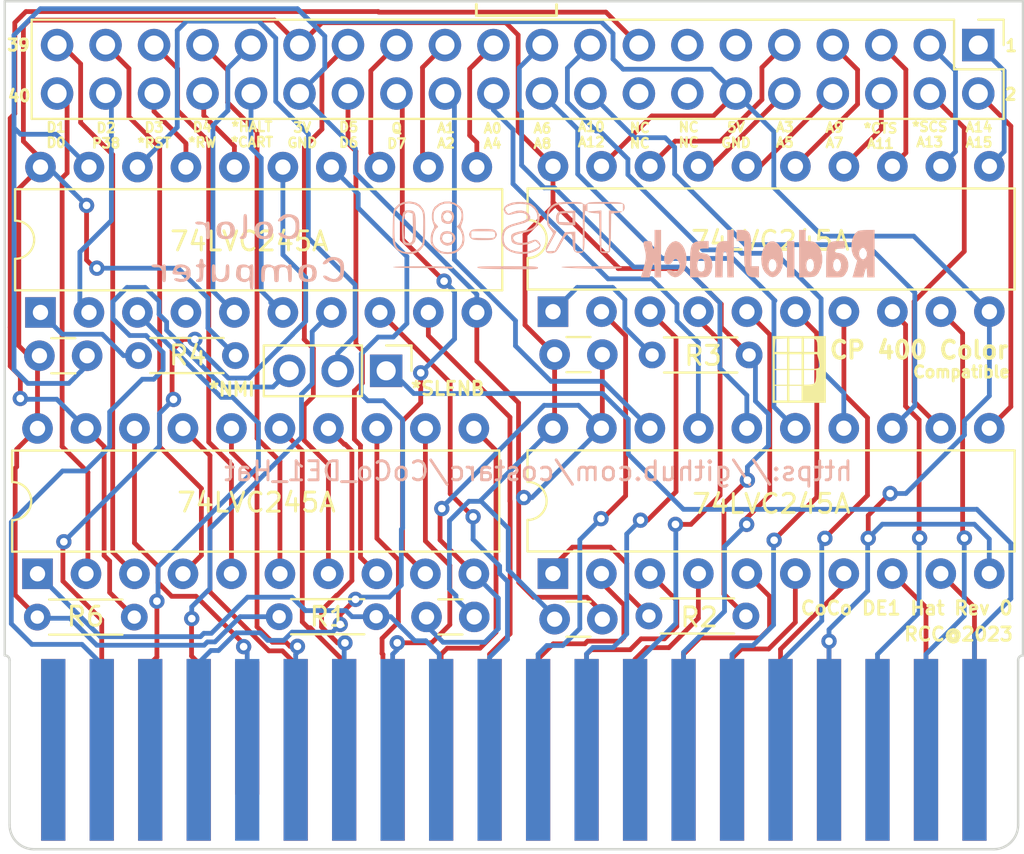
<source format=kicad_pcb>
(kicad_pcb (version 20211014) (generator pcbnew)
  (title_block (title "MSX DE1 Hat") (date "2023-01-09") (rev "1.1") (company "RCC"))
  (layers (0 "F.Cu" signal) (31 "B.Cu" signal) (34 "B.Paste" user) (35 "F.Paste" user) (36 "B.SilkS" user "B.Silkscreen") (37 "F.SilkS" user "F.Silkscreen") (38 "B.Mask" user) (39 "F.Mask" user) (44 "Edge.Cuts" user))
  (net 0 "")
  (net 1 "Vdd")
  (net 2 "*C_NMI_SLENB")
  (net 3 "*C_RW")
  (net 4 "*C_CTS")
  (net 5 "*C_RESET")
  (net 7 "*C_HALT")
  (net 8 "C_A9")
  (net 9 "C_A15")
  (net 10 "C_A11")
  (net 11 "C_A10")
  (net 12 "C_A6")
  (net 13 "C_A7")
  (net 14 "C_A8")
  (net 15 "C_A12")
  (net 16 "C_A13")
  (net 17 "C_D0")
  (net 18 "C_A14")
  (net 19 "C_D1")
  (net 20 "C_A0")
  (net 21 "C_D2")
  (net 22 "C_A1")
  (net 23 "C_D3")
  (net 24 "C_A2")
  (net 25 "C_D4")
  (net 26 "C_A3")
  (net 27 "C_D5")
  (net 28 "C_A4")
  (net 29 "C_D6")
  (net 30 "C_A5")
  (net 31 "C_D7")
  (net 32 "*SLENB")
  (net 33 "*NMI_SLENB")
  (net 34 "*SCS")
  (net 37 "*HALT")
  (net 38 "*NMI")
  (net 39 "*RESET")
  (net 40 "Q")
  (net 41 "*CART")
  (net 42 "+5V")
  (net 43 "D0")
  (net 44 "D1")
  (net 45 "D2")
  (net 46 "D3")
  (net 47 "D4")
  (net 48 "D5")
  (net 49 "D6")
  (net 50 "D7")
  (net 51 "A0")
  (net 52 "A1")
  (net 53 "A2")
  (net 54 "A3")
  (net 55 "A4")
  (net 56 "A5")
  (net 57 "A6")
  (net 58 "A7")
  (net 59 "A8")
  (net 60 "A9")
  (net 61 "A10")
  (net 62 "A11")
  (net 63 "A12")
  (net 64 "*CTS")
  (net 65 "A13")
  (net 66 "A14")
  (net 67 "A15")
  (net 68 "Net-(R2-Pad2)")
  (net 69 "GNDREF")
  (net 70 "Net-(R3-Pad2)")
  (net 71 "Net-(R4-Pad2)")
  (net 72 "{slash}C_BUSDIR")
  (net 73 "C_Q")
  (net 74 "*C_SCS")
  (net 76 "Net-(P1-Pad18)")
  (net 78 "*C_CART")
  (net 80 "*RW")
  (footprint "Resistor_THT:R_Axial_DIN0204_L3.6mm_D1.6mm_P5.08mm_Horizontal" (layer "F.Cu") (at 75.5 64.85)
    (fp_text reference "R1")
    (fp_text value "10K" hide)
  )
  (footprint "Capacitor_THT:C_Disc_D3.0mm_W1.6mm_P2.50mm" (layer "F.Cu") (at 92.43 51.11 180)
    (fp_text reference "C3" hide)
    (fp_text value "0.1uf")
  )
  (footprint "Capacitor_THT:C_Disc_D3.0mm_W1.6mm_P2.50mm" (layer "F.Cu") (at 92.43 64.98 180)
    (fp_text reference "C2" hide)
    (fp_text value "0.1uf" hide)
  )
  (footprint "Package_DIP:DIP-20_W7.62mm" (layer "F.Cu") (at 62.84 62.6 90)
    (fp_text reference "U1" hide)
    (fp_text value "74LVC245A")
  )
  (footprint "Package_DIP:DIP-20_W7.62mm" (layer "F.Cu") (at 89.845 48.86 90)
    (fp_text reference "U3" hide)
    (fp_text value "74LVC245A")
  )
  (footprint "Roni Footprints:COCO-CART-HAT" (layer "F.Cu") (at 61.125 77.036)
    (fp_text reference "P1" hide)
    (fp_text value "CoCo_Slot" hide)
    (fp_line (start 0.254 -9.906) (end 0.254 -1.27) (layer "Edge.Cuts") (width 0.127))
    (fp_line (start 0 -44.45) (end 0 -10.16) (layer "Edge.Cuts") (width 0.127))
    (fp_line (start 53.34 -44.45) (end 0 -44.45) (layer "Edge.Cuts") (width 0.127))
    (fp_line (start 1.524 0) (end 51.816 0) (layer "Edge.Cuts") (width 0.127))
    (fp_line (start 53.34 -10.16) (end 53.34 -44.45) (layer "Edge.Cuts") (width 0.127))
    (fp_line (start 53.086 -1.27) (end 53.086 -9.906) (layer "Edge.Cuts") (width 0.127))
    (fp_arc (start 1.524 0) (mid 0.625974 -0.371974) (end 0.254 -1.27) (layer "Edge.Cuts") (width 0.127))
    (fp_arc (start 53.086 -9.906) (mid 53.160395 -10.085605) (end 53.34 -10.16) (layer "Edge.Cuts") (width 0.127))
    (fp_arc (start 0 -10.16) (mid 0.179605 -10.085605) (end 0.254 -9.906) (layer "Edge.Cuts") (width 0.127))
    (fp_arc (start 53.086 -1.27) (mid 52.714026 -0.371974) (end 51.816 0) (layer "Edge.Cuts") (width 0.127))
  )
  (footprint "Resistor_THT:R_Axial_DIN0204_L3.6mm_D1.6mm_P5.08mm_Horizontal" (layer "F.Cu") (at 99.95 64.81 180)
    (fp_text reference "R2")
    (fp_text value "10K" hide)
  )
  (footprint "Capacitor_THT:C_Disc_D3.0mm_W1.6mm_P2.50mm" (layer "F.Cu") (at 83.22 64.86)
    (fp_text reference "C1" hide)
    (fp_text value "0.1uf" hide)
  )
  (footprint "LOGO" (layer "F.Cu") (at 102.74 51.85817)
    (fp_text reference "G***" hide)
    (fp_text value "LOGO" hide)
  )
  (footprint "Capacitor_THT:C_Disc_D3.0mm_W1.6mm_P2.50mm" (layer "F.Cu") (at 65.44 51.17 180)
    (fp_text reference "C4" hide)
    (fp_text value "0.1uf" hide)
  )
  (footprint "Resistor_THT:R_Axial_DIN0204_L3.6mm_D1.6mm_P5.08mm_Horizontal" (layer "F.Cu") (at 100.12 51.13 180)
    (fp_text reference "R3")
    (fp_text value "10K" hide)
  )
  (footprint "Package_DIP:DIP-20_W7.62mm" (layer "F.Cu") (at 62.995 48.9 90)
    (fp_text reference "U4" hide)
    (fp_text value "74LVC245A")
  )
  (footprint "Package_DIP:DIP-20_W7.62mm" (layer "F.Cu") (at 89.84 62.59 90)
    (fp_text reference "U2" hide)
    (fp_text value "74LVC245A")
  )
  (footprint "Resistor_THT:R_Axial_DIN0204_L3.6mm_D1.6mm_P5.08mm_Horizontal" (layer "F.Cu") (at 73.21 51.16 180)
    (fp_text reference "R4")
    (fp_text value "10K" hide)
  )
  (footprint "Connector_PinHeader_2.54mm:PinHeader_2x20_P2.54mm_Vertical" (layer "F.Cu") (at 112.125 34.885 -90)
    (fp_text reference "IDC1" hide)
    (fp_text value "DE1 GPIO" hide)
  )
  (footprint "Connector_PinHeader_2.54mm:PinHeader_1x03_P2.54mm_Vertical" (layer "F.Cu") (at 81.105 51.96 -90)
    (fp_text reference "J1" hide)
    (fp_text value "J1")
  )
  (footprint "Resistor_THT:R_Axial_DIN0204_L3.6mm_D1.6mm_P5.08mm_Horizontal" (layer "F.Cu") (at 62.83 64.87)
    (fp_text reference "R6")
    (fp_text value "10K" hide)
  )
  (footprint "LOGO" (layer "B.Cu") (at 87.399532 45.793534 180)
    (fp_text reference "G***" hide)
    (fp_text value "LOGO" hide)
  )
  (gr_line (start 90.03 33.34) (end 85.83 33.34) (layer "F.SilkS") (width 0.15))
  (gr_line (start 90.03 32.76) (end 90.03 33.32) (layer "F.SilkS") (width 0.15))
  (gr_line (start 85.83 33.34) (end 85.83 32.75) (layer "F.SilkS") (width 0.15))
  (gr_text "https://github.com/costarc/CoCo_DE1_Hat" (at 89.08 57.22) (layer "B.SilkS") (effects (font (size 1 1)) (justify mirror)))
  (gr_text "D1\nD0" (at 63.81 39.6) (layer "F.SilkS") (effects (font (size 0.5 0.5) (thickness 0.125))))
  (gr_text "*SLENB" (at 84.33 52.89) (layer "F.SilkS") (effects (font (size 0.7 0.7))))
  (gr_text "*CTS\nA11" (at 107 39.65) (layer "F.SilkS") (effects (font (size 0.5 0.5) (thickness 0.125))))
  (gr_text "D2\nP38" (at 66.43 39.63) (layer "F.SilkS") (effects (font (size 0.5 0.5) (thickness 0.125))))
  (gr_text "*HALT\n*CART" (at 74.07 39.57) (layer "F.SilkS") (effects (font (size 0.5 0.5) (thickness 0.125))))
  (gr_text "*NMI" (at 73.01 52.93) (layer "F.SilkS") (effects (font (size 0.7 0.7))))
  (gr_text "Q\nD7" (at 81.66 39.65) (layer "F.SilkS") (effects (font (size 0.5 0.5) (thickness 0.125))))
  (gr_text "CoCo DE1 Hat Rev 0" (at 114.01 64.4) (layer "F.SilkS") (effects (font (size 0.7 0.7)) (justify right)))
  (gr_text "3V\nGND" (at 76.71 39.61) (layer "F.SilkS") (effects (font (size 0.5 0.5) (thickness 0.125))))
  (gr_text "RCC@2023" (at 111.09 65.77) (layer "F.SilkS") (effects (font (size 0.7 0.7))))
  (gr_text "NC\nNC" (at 96.95 39.59) (layer "F.SilkS") (effects (font (size 0.5 0.5) (thickness 0.125))))
  (gr_text "A10\nA12" (at 91.85 39.57) (layer "F.SilkS") (effects (font (size 0.5 0.5) (thickness 0.125))))
  (gr_text "5V\nGND" (at 99.43 39.61) (layer "F.SilkS") (effects (font (size 0.5 0.5) (thickness 0.125))))
  (gr_text "A6\nA8" (at 89.29 39.65) (layer "F.SilkS") (effects (font (size 0.5 0.5) (thickness 0.125))))
  (gr_text "D5\nD6" (at 79.14 39.59) (layer "F.SilkS") (effects (font (size 0.5 0.5) (thickness 0.125))))
  (gr_text "Compatible" (at 111.24 52.02) (layer "F.SilkS") (effects (font (size 0.6 0.6))))
  (gr_text "NC\nNC" (at 94.39 39.63) (layer "F.SilkS") (effects (font (size 0.5 0.5) (thickness 0.125))))
  (gr_text "39" (at 61.84 34.89) (layer "F.SilkS") (effects (font (size 0.6 0.6))))
  (gr_text "1" (at 113.85 34.92) (layer "F.SilkS") (effects (font (size 0.6 0.6))))
  (gr_text "A3\nA5" (at 101.99 39.59) (layer "F.SilkS") (effects (font (size 0.5 0.5) (thickness 0.125))))
  (gr_text "*SCS\nA13" (at 109.58 39.57) (layer "F.SilkS") (effects (font (size 0.5 0.5) (thickness 0.125))))
  (gr_text "D3\n*RST" (at 68.95 39.61) (layer "F.SilkS") (effects (font (size 0.5 0.5) (thickness 0.125))))
  (gr_text "A9\nA7" (at 104.59 39.61) (layer "F.SilkS") (effects (font (size 0.5 0.5) (thickness 0.125))))
  (gr_text "A0\nA4" (at 86.68 39.65) (layer "F.SilkS") (effects (font (size 0.5 0.5) (thickness 0.125))))
  (gr_text "D4\n*RW" (at 71.47 39.59) (layer "F.SilkS") (effects (font (size 0.5 0.5) (thickness 0.125))))
  (gr_text "40" (at 61.88 37.55) (layer "F.SilkS") (effects (font (size 0.6 0.6))))
  (gr_text "CP 400 Color\n" (at 113.8 50.87) (layer "F.SilkS") (effects (font (size 0.9 0.9) (thickness 0.2)) (justify right)))
  (gr_text "2" (at 113.82 37.47) (layer "F.SilkS") (effects (font (size 0.6 0.6))))
  (gr_text "A14\nA15" (at 112.16 39.59) (layer "F.SilkS") (effects (font (size 0.5 0.5) (thickness 0.125))))
  (gr_text "A1\nA2" (at 84.24 39.63) (layer "F.SilkS") (effects (font (size 0.5 0.5) (thickness 0.125))))
  (segment (start 93.26 46.54) (end 89.845 43.125) (width 0.25) (layer "F.Cu") (net 1))
  (segment (start 62.995 41.28) (end 61.86 42.415) (width 0.25) (layer "F.Cu") (net 1))
  (segment (start 87.37 33.71) (end 88.02 34.36) (width 0.25) (layer "F.Cu") (net 1))
  (segment (start 89.93 54.88) (end 89.84 54.97) (width 0.25) (layer "F.Cu") (net 1))
  (segment (start 62.38 51.17) (end 62.94 51.17) (width 0.25) (layer "F.Cu") (net 1))
  (segment (start 89.845 43.355) (end 88.38 44.82) (width 0.25) (layer "F.Cu") (net 1))
  (segment (start 99.95 64.81) (end 98.8 63.66) (width 0.25) (layer "F.Cu") (net 1))
  (segment (start 98.778198 58.938198) (end 98.816396 58.9) (width 0.25) (layer "F.Cu") (net 1))
  (segment (start 98.8 63.66) (end 98.8 58.96) (width 0.25) (layer "F.Cu") (net 1))
  (segment (start 96.795991 46.6) (end 93.26 46.6) (width 0.25) (layer "F.Cu") (net 1))
  (segment (start 61.75 56.07) (end 61.75 56.99) (width 0.25) (layer "F.Cu") (net 1))
  (segment (start 62.84 54.98) (end 61.75 56.07) (width 0.25) (layer "F.Cu") (net 1))
  (segment (start 77.74 33.71) (end 87.37 33.71) (width 0.25) (layer "F.Cu") (net 1))
  (segment (start 98.66 49.67) (end 98.66 48.464009) (width 0.25) (layer "F.Cu") (net 1))
  (segment (start 89.845 41.24) (end 89.845 43.125) (width 0.25) (layer "F.Cu") (net 1))
  (segment (start 62.995 40.825) (end 62.995 41.28) (width 0.25) (layer "F.Cu") (net 1))
  (segment (start 62.1 39.93) (end 62.995 40.825) (width 0.25) (layer "F.Cu") (net 1))
  (segment (start 100.12 51.13) (end 98.66 49.67) (width 0.25) (layer "F.Cu") (net 1))
  (segment (start 62.84 54.98) (end 62.84 51.27) (width 0.25) (layer "F.Cu") (net 1))
  (segment (start 98.816396 58.9) (end 98.82 58.9) (width 0.25) (layer "F.Cu") (net 1))
  (segment (start 98.66 48.464009) (end 96.795991 46.6) (width 0.25) (layer "F.Cu") (net 1))
  (segment (start 98.8 58.96) (end 98.778198 58.938198) (width 0.25) (layer "F.Cu") (net 1))
  (segment (start 75.26 33.58) (end 62.42 33.58) (width 0.25) (layer "F.Cu") (net 1))
  (segment (start 93.26 46.6) (end 93.26 46.54) (width 0.25) (layer "F.Cu") (net 1))
  (segment (start 89.93 51.11) (end 89.93 54.88) (width 0.25) (layer "F.Cu") (net 1))
  (segment (start 76.565 34.885) (end 77.74 33.71) (width 0.25) (layer "F.Cu") (net 1))
  (segment (start 65.41 46.15) (end 65.41 43.29) (width 0.25) (layer "F.Cu") (net 1))
  (segment (start 61.75 56.99) (end 61.67 57.07) (width 0.25) (layer "F.Cu") (net 1))
  (segment (start 76.565 34.885) (end 75.26 33.58) (width 0.25) (layer "F.Cu") (net 1))
  (segment (start 61.86 50.65) (end 62.38 51.17) (width 0.25) (layer "F.Cu") (net 1))
  (segment (start 88.38 49.56) (end 89.93 51.11) (width 0.25) (layer "F.Cu") (net 1))
  (segment (start 88.38 44.82) (end 88.38 49.56) (width 0.25) (layer "F.Cu") (net 1))
  (segment (start 65.84 46.58) (end 65.41 46.15) (width 0.25) (layer "F.Cu") (net 1))
  (segment (start 65.95 46.58) (end 65.84 46.58) (width 0.25) (layer "F.Cu") (net 1))
  (segment (start 62.1 33.9) (end 62.1 39.93) (width 0.25) (layer "F.Cu") (net 1))
  (segment (start 61.67 63.71) (end 62.83 64.87) (width 0.25) (layer "F.Cu") (net 1))
  (segment (start 62.84 51.27) (end 62.94 51.17) (width 0.25) (layer "F.Cu") (net 1))
  (segment (start 61.67 57.07) (end 61.67 63.71) (width 0.25) (layer "F.Cu") (net 1))
  (segment (start 88.02 34.36) (end 88.02 39.415) (width 0.25) (layer "F.Cu") (net 1))
  (segment (start 62.42 33.58) (end 62.1 33.9) (width 0.25) (layer "F.Cu") (net 1))
  (segment (start 98.82 58.9) (end 100.03 57.69) (width 0.25) (layer "F.Cu") (net 1))
  (segment (start 89.845 43.125) (end 89.845 43.355) (width 0.25) (layer "F.Cu") (net 1))
  (segment (start 88.02 39.415) (end 89.845 41.24) (width 0.25) (layer "F.Cu") (net 1))
  (segment (start 61.86 42.415) (end 61.86 50.65) (width 0.25) (layer "F.Cu") (net 1))
  (via (at 65.41 43.29) (size 0.8) (drill 0.4) (layers "F.Cu" "B.Cu") (net 1))
  (via (at 65.95 46.58) (size 0.8) (drill 0.4) (layers "F.Cu" "B.Cu") (net 1))
  (via (at 100.03 57.69) (size 0.8) (drill 0.4) (layers "F.Cu" "B.Cu") (net 1))
  (segment (start 65.41 43.29) (end 63.4 41.28) (width 0.25) (layer "B.Cu") (net 1))
  (segment (start 62.89 64.93) (end 64.533604 64.93) (width 0.25) (layer "B.Cu") (net 1))
  (segment (start 89.84 54.97) (end 86.08 58.73) (width 0.25) (layer "B.Cu") (net 1))
  (segment (start 71.738909 66.17) (end 72.136396 66.17) (width 0.25) (layer "B.Cu") (net 1))
  (segment (start 65.948604 66.345) (end 71.563909 66.345) (width 0.25) (layer "B.Cu") (net 1))
  (segment (start 71.563909 66.345) (end 71.738909 66.17) (width 0.25) (layer "B.Cu") (net 1))
  (segment (start 100.03 56.99) (end 101.13 55.89) (width 0.25) (layer "B.Cu") (net 1))
  (segment (start 101.13 55.89) (end 101.13 54.23) (width 0.25) (layer "B.Cu") (net 1))
  (segment (start 64.533604 64.93) (end 65.948604 66.345) (width 0.25) (layer "B.Cu") (net 1))
  (segment (start 86.08 58.73) (end 86.08 58.8) (width 0.25) (layer "B.Cu") (net 1))
  (segment (start 70.2 46.58) (end 65.95 46.58) (width 0.25) (layer "B.Cu") (net 1))
  (segment (start 84.76 63.9) (end 85.72 64.86) (width 0.25) (layer "B.Cu") (net 1))
  (segment (start 100.45 53.55) (end 100.45 51.46) (width 0.25) (layer "B.Cu") (net 1))
  (segment (start 71.77 49.72) (end 71.77 48.151396) (width 0.25) (layer "B.Cu") (net 1))
  (segment (start 70.34 46.72) (end 70.2 46.58) (width 0.25) (layer "B.Cu") (net 1))
  (segment (start 73.456396 64.85) (end 75.5 64.85) (width 0.25) (layer "B.Cu") (net 1))
  (segment (start 62.83 64.87) (end 62.89 64.93) (width 0.25) (layer "B.Cu") (net 1))
  (segment (start 86.08 58.8) (end 85.44 58.8) (width 0.25) (layer "B.Cu") (net 1))
  (segment (start 63.4 41.28) (end 62.995 41.28) (width 0.25) (layer "B.Cu") (net 1))
  (segment (start 72.136396 66.17) (end 73.456396 64.85) (width 0.25) (layer "B.Cu") (net 1))
  (segment (start 70.85 47.231396) (end 70.85 47.23) (width 0.25) (layer "B.Cu") (net 1))
  (segment (start 87.5 60.22) (end 86.08 58.8) (width 0.25) (layer "B.Cu") (net 1))
  (segment (start 100.45 51.46) (end 100.12 51.13) (width 0.25) (layer "B.Cu") (net 1))
  (segment (start 71.77 48.151396) (end 70.85 47.231396) (width 0.25) (layer "B.Cu") (net 1))
  (segment (start 70.85 47.23) (end 70.34 46.72) (width 0.25) (layer "B.Cu") (net 1))
  (segment (start 85.44 58.8) (end 84.42 59.82) (width 0.25) (layer "B.Cu") (net 1))
  (segment (start 73.21 51.16) (end 71.77 49.72) (width 0.25) (layer "B.Cu") (net 1))
  (segment (start 84.76 63.74) (end 84.76 63.9) (width 0.25) (layer "B.Cu") (net 1))
  (segment (start 84.42 59.82) (end 84.42 63.4) (width 0.25) (layer "B.Cu") (net 1))
  (segment (start 89.93 64.83) (end 87.5 62.4) (width 0.25) (layer "B.Cu") (net 1))
  (segment (start 100.03 57.69) (end 100.03 56.99) (width 0.25) (layer "B.Cu") (net 1))
  (segment (start 87.5 62.4) (end 87.5 60.22) (width 0.25) (layer "B.Cu") (net 1))
  (segment (start 101.13 54.23) (end 100.45 53.55) (width 0.25) (layer "B.Cu") (net 1))
  (segment (start 84.42 63.4) (end 84.76 63.74) (width 0.25) (layer "B.Cu") (net 1))
  (segment (start 65.06 48.425) (end 65.535 48.9) (width 0.25) (layer "B.Cu") (net 2))
  (segment (start 66.71 37.73) (end 66.71 44.08) (width 0.25) (layer "B.Cu") (net 2))
  (segment (start 66.71 44.08) (end 65.06 45.73) (width 0.25) (layer "B.Cu") (net 2))
  (segment (start 66.405 37.425) (end 66.71 37.73) (width 0.25) (layer "B.Cu") (net 2))
  (segment (start 65.06 45.73) (end 65.06 48.425) (width 0.25) (layer "B.Cu") (net 2))
  (segment (start 73.155 41.28) (end 73.155 40.185) (width 0.25) (layer "F.Cu") (net 3))
  (segment (start 71.55 38.58) (end 71.55 37.49) (width 0.25) (layer "F.Cu") (net 3))
  (segment (start 73.155 40.185) (end 71.55 38.58) (width 0.25) (layer "F.Cu") (net 3))
  (segment (start 71.55 37.49) (end 71.485 37.425) (width 0.25) (layer "F.Cu") (net 3))
  (segment (start 108.33 36.17) (end 108.33 40.535) (width 0.25) (layer "F.Cu") (net 4))
  (segment (start 108.33 40.535) (end 107.625 41.24) (width 0.25) (layer "F.Cu") (net 4))
  (segment (start 107.045 34.885) (end 108.33 36.17) (width 0.25) (layer "F.Cu") (net 4))
  (segment (start 68.945 38.365) (end 70.61 40.03) (width 0.25) (layer "F.Cu") (net 5))
  (segment (start 70.61 40.12) (end 70.615 40.125) (width 0.25) (layer "F.Cu") (net 5))
  (segment (start 68.945 37.425) (end 68.945 38.365) (width 0.25) (layer "F.Cu") (net 5))
  (segment (start 70.615 40.125) (end 70.615 41.28) (width 0.25) (layer "F.Cu") (net 5))
  (segment (start 70.61 40.03) (end 70.61 40.12) (width 0.25) (layer "F.Cu") (net 5))
  (segment (start 72.03 47.775) (end 72.03 39.1) (width 0.25) (layer "B.Cu") (net 7))
  (segment (start 72.03 39.1) (end 72.82 38.31) (width 0.25) (layer "B.Cu") (net 7))
  (segment (start 72.809999 38.320001) (end 72.809999 36.100001) (width 0.25) (layer "B.Cu") (net 7))
  (segment (start 72.84 36.07) (end 74.025 34.885) (width 0.25) (layer "B.Cu") (net 7))
  (segment (start 73.155 48.9) (end 72.03 47.775) (width 0.25) (layer "B.Cu") (net 7))
  (segment (start 72.809999 36.100001) (end 74.025 34.885) (width 0.25) (layer "B.Cu") (net 7))
  (segment (start 104.505 34.885) (end 105.8 36.18) (width 0.25) (layer "F.Cu") (net 8))
  (segment (start 105.8 36.18) (end 105.8 37.985) (width 0.25) (layer "F.Cu") (net 8))
  (segment (start 105.8 37.985) (end 102.545 41.24) (width 0.25) (layer "F.Cu") (net 8))
  (segment (start 112.7 54.97) (end 113.83 53.84) (width 0.25) (layer "F.Cu") (net 9))
  (segment (start 113.83 39.13) (end 112.125 37.425) (width 0.25) (layer "F.Cu") (net 9))
  (segment (start 113.83 53.84) (end 113.83 39.13) (width 0.25) (layer "F.Cu") (net 9))
  (segment (start 107.045 37.425) (end 107.045 39.28) (width 0.25) (layer "F.Cu") (net 10))
  (segment (start 107.045 39.28) (end 105.085 41.24) (width 0.25) (layer "F.Cu") (net 10))
  (segment (start 90.6 37.881701) (end 90.6 36.09) (width 0.25) (layer "B.Cu") (net 11))
  (segment (start 92.3 39.39) (end 92.108299 39.39) (width 0.25) (layer "B.Cu") (net 11))
  (segment (start 92.108299 39.39) (end 90.6 37.881701) (width 0.25) (layer "B.Cu") (net 11))
  (segment (start 90.6 36.09) (end 91.805 34.885) (width 0.25) (layer "B.Cu") (net 11))
  (segment (start 97.71 45.62) (end 93.77 41.68) (width 0.25) (layer "B.Cu") (net 11))
  (segment (start 99.733604 45.8) (end 99.553604 45.62) (width 0.25) (layer "B.Cu") (net 11))
  (segment (start 103.89 51.93) (end 103.89 48.18) (width 0.25) (layer "B.Cu") (net 11))
  (segment (start 105.08 53.12) (end 103.89 51.93) (width 0.25) (layer "B.Cu") (net 11))
  (segment (start 103.89 48.18) (end 101.51 45.8) (width 0.25) (layer "B.Cu") (net 11))
  (segment (start 101.51 45.8) (end 99.733604 45.8) (width 0.25) (layer "B.Cu") (net 11))
  (segment (start 93.77 40.86) (end 92.3 39.39) (width 0.25) (layer "B.Cu") (net 11))
  (segment (start 99.553604 45.62) (end 97.71 45.62) (width 0.25) (layer "B.Cu") (net 11))
  (segment (start 93.77 41.68) (end 93.77 40.86) (width 0.25) (layer "B.Cu") (net 11))
  (segment (start 105.08 54.97) (end 105.08 53.12) (width 0.25) (layer "B.Cu") (net 11))
  (segment (start 89.265 34.885) (end 88.08 36.07) (width 0.25) (layer "B.Cu") (net 12))
  (segment (start 98.59 48.394009) (end 98.59 51.83) (width 0.25) (layer "B.Cu") (net 12))
  (segment (start 89.925 42.365) (end 94.08 46.52) (width 0.25) (layer "B.Cu") (net 12))
  (segment (start 100 53.24) (end 100 54.97) (width 0.25) (layer "B.Cu") (net 12))
  (segment (start 96.715991 46.52) (end 98.59 48.394009) (width 0.25) (layer "B.Cu") (net 12))
  (segment (start 98.59 51.83) (end 100 53.24) (width 0.25) (layer "B.Cu") (net 12))
  (segment (start 94.08 46.52) (end 96.715991 46.52) (width 0.25) (layer "B.Cu") (net 12))
  (segment (start 88.2 38.38) (end 88.2 41.185991) (width 0.25) (layer "B.Cu") (net 12))
  (segment (start 89.379009 42.365) (end 89.925 42.365) (width 0.25) (layer "B.Cu") (net 12))
  (segment (start 88.2 41.185991) (end 89.379009 42.365) (width 0.25) (layer "B.Cu") (net 12))
  (segment (start 88.08 36.07) (end 88.08 38.26) (width 0.25) (layer "B.Cu") (net 12))
  (segment (start 88.08 38.26) (end 88.2 38.38) (width 0.25) (layer "B.Cu") (net 12))
  (segment (start 104.505 37.425) (end 100.69 41.24) (width 0.25) (layer "F.Cu") (net 13))
  (segment (start 100.69 41.24) (end 100.005 41.24) (width 0.25) (layer "F.Cu") (net 13))
  (segment (start 101.47 48.28) (end 99.26 46.07) (width 0.25) (layer "B.Cu") (net 14))
  (segment (start 95.56 46.07) (end 91.14 41.65) (width 0.25) (layer "B.Cu") (net 14))
  (segment (start 101.42 53.85) (end 101.42 48.33) (width 0.25) (layer "B.Cu") (net 14))
  (segment (start 99.26 46.07) (end 95.56 46.07) (width 0.25) (layer "B.Cu") (net 14))
  (segment (start 91.14 39.3) (end 89.265 37.425) (width 0.25) (layer "B.Cu") (net 14))
  (segment (start 91.14 41.65) (end 91.14 39.3) (width 0.25) (layer "B.Cu") (net 14))
  (segment (start 102.54 54.97) (end 101.42 53.85) (width 0.25) (layer "B.Cu") (net 14))
  (segment (start 101.42 48.33) (end 101.47 48.28) (width 0.25) (layer "B.Cu") (net 14))
  (segment (start 108.8 47.86) (end 108.8 53.79) (width 0.25) (layer "B.Cu") (net 15))
  (segment (start 96.218199 41.648199) (end 99.92 45.35) (width 0.25) (layer "B.Cu") (net 15))
  (segment (start 95.72 39.74) (end 96.218199 40.238199) (width 0.25) (layer "B.Cu") (net 15))
  (segment (start 96.218199 40.238199) (end 96.218199 41.648199) (width 0.25) (layer "B.Cu") (net 15))
  (segment (start 108.8 53.79) (end 107.62 54.97) (width 0.25) (layer "B.Cu") (net 15))
  (segment (start 94.12 39.74) (end 95.72 39.74) (width 0.25) (layer "B.Cu") (net 15))
  (segment (start 99.92 45.35) (end 106.29 45.35) (width 0.25) (layer "B.Cu") (net 15))
  (segment (start 91.805 37.425) (end 94.12 39.74) (width 0.25) (layer "B.Cu") (net 15))
  (segment (start 106.29 45.35) (end 108.8 47.86) (width 0.25) (layer "B.Cu") (net 15))
  (segment (start 108.765 53.575) (end 108.765 48.325) (width 0.25) (layer "F.Cu") (net 16))
  (segment (start 108.765 48.325) (end 111.39 45.7) (width 0.25) (layer "F.Cu") (net 16))
  (segment (start 111.39 45.7) (end 111.39 39.23) (width 0.25) (layer "F.Cu") (net 16))
  (segment (start 110.16 54.97) (end 108.765 53.575) (width 0.25) (layer "F.Cu") (net 16))
  (segment (start 111.39 39.23) (end 109.585 37.425) (width 0.25) (layer "F.Cu") (net 16))
  (segment (start 63.865 37.425) (end 64.39 37.95) (width 0.25) (layer "F.Cu") (net 17))
  (segment (start 65.48 57.28) (end 65.48 62.5) (width 0.25) (layer "F.Cu") (net 17))
  (segment (start 64.13 55.93) (end 65.48 57.28) (width 0.25) (layer "F.Cu") (net 17))
  (segment (start 65.48 62.5) (end 65.38 62.6) (width 0.25) (layer "F.Cu") (net 17))
  (segment (start 64.39 41.59) (end 64.13 41.85) (width 0.25) (layer "F.Cu") (net 17))
  (segment (start 64.13 41.85) (end 64.13 55.93) (width 0.25) (layer "F.Cu") (net 17))
  (segment (start 64.39 37.95) (end 64.39 41.59) (width 0.25) (layer "F.Cu") (net 17))
  (segment (start 112.125 34.885) (end 113.48 36.24) (width 0.25) (layer "B.Cu") (net 18))
  (segment (start 113.48 40.465) (end 112.705 41.24) (width 0.25) (layer "B.Cu") (net 18))
  (segment (start 113.48 36.24) (end 113.48 40.465) (width 0.25) (layer "B.Cu") (net 18))
  (segment (start 66.78 40.63) (end 66.78 61.46) (width 0.25) (layer "F.Cu") (net 19))
  (segment (start 65.1 38.95) (end 66.78 40.63) (width 0.25) (layer "F.Cu") (net 19))
  (segment (start 65.1 35.87) (end 65.1 38.95) (width 0.25) (layer "F.Cu") (net 19))
  (segment (start 63.865 34.885) (end 64.115 34.885) (width 0.25) (layer "F.Cu") (net 19))
  (segment (start 64.115 34.885) (end 65.1 35.87) (width 0.25) (layer "F.Cu") (net 19))
  (segment (start 66.78 61.46) (end 67.92 62.6) (width 0.25) (layer "F.Cu") (net 19))
  (segment (start 85.48 39.62) (end 85.855 39.995) (width 0.25) (layer "F.Cu") (net 20))
  (segment (start 86.725 34.885) (end 85.48 36.13) (width 0.25) (layer "F.Cu") (net 20))
  (segment (start 85.855 39.995) (end 85.855 41.28) (width 0.25) (layer "F.Cu") (net 20))
  (segment (start 85.48 36.13) (end 85.48 39.62) (width 0.25) (layer "F.Cu") (net 20))
  (segment (start 71.425 61.635) (end 71.425 58.125) (width 0.25) (layer "F.Cu") (net 21))
  (segment (start 69.24 40.26) (end 67.63 38.65) (width 0.25) (layer "F.Cu") (net 21))
  (segment (start 70.46 62.6) (end 71.425 61.635) (width 0.25) (layer "F.Cu") (net 21))
  (segment (start 67.63 38.65) (end 67.63 36.11) (width 0.25) (layer "F.Cu") (net 21))
  (segment (start 69.24 55.94) (end 69.24 40.26) (width 0.25) (layer "F.Cu") (net 21))
  (segment (start 67.63 36.11) (end 66.405 34.885) (width 0.25) (layer "F.Cu") (net 21))
  (segment (start 71.425 58.125) (end 69.24 55.94) (width 0.25) (layer "F.Cu") (net 21))
  (segment (start 83.01 36.06) (end 83.01 40.975) (width 0.25) (layer "F.Cu") (net 22))
  (segment (start 84.185 34.885) (end 83.01 36.06) (width 0.25) (layer "F.Cu") (net 22))
  (segment (start 83.01 40.975) (end 83.315 41.28) (width 0.25) (layer "F.Cu") (net 22))
  (segment (start 71.81 39.935) (end 71.615 39.74) (width 0.25) (layer "F.Cu") (net 23))
  (segment (start 70.18 36.12) (end 68.945 34.885) (width 0.25) (layer "F.Cu") (net 23))
  (segment (start 71.6 39.74) (end 70.18 38.32) (width 0.25) (layer "F.Cu") (net 23))
  (segment (start 73 56.883604) (end 71.81 55.693604) (width 0.25) (layer "F.Cu") (net 23))
  (segment (start 70.18 38.32) (end 70.18 36.12) (width 0.25) (layer "F.Cu") (net 23))
  (segment (start 71.615 39.74) (end 71.6 39.74) (width 0.25) (layer "F.Cu") (net 23))
  (segment (start 73 62.6) (end 73 56.883604) (width 0.25) (layer "F.Cu") (net 23))
  (segment (start 71.81 55.693604) (end 71.81 39.935) (width 0.25) (layer "F.Cu") (net 23))
  (segment (start 84.185 37.425) (end 84.68 37.92) (width 0.25) (layer "B.Cu") (net 24))
  (segment (start 87.88 49.334009) (end 87.88 50.650991) (width 0.25) (layer "B.Cu") (net 24))
  (segment (start 89.739009 52.51) (end 92.46 52.51) (width 0.25) (layer "B.Cu") (net 24))
  (segment (start 87.88 50.650991) (end 89.739009 52.51) (width 0.25) (layer "B.Cu") (net 24))
  (segment (start 84.68 46.134009) (end 87.88 49.334009) (width 0.25) (layer "B.Cu") (net 24))
  (segment (start 92.46 52.51) (end 94.92 54.97) (width 0.25) (layer "B.Cu") (net 24))
  (segment (start 84.68 37.92) (end 84.68 46.134009) (width 0.25) (layer "B.Cu") (net 24))
  (segment (start 75.54 62.6) (end 75.54 56.7) (width 0.25) (layer "F.Cu") (net 25))
  (segment (start 72.8 36.2) (end 71.485 34.885) (width 0.25) (layer "F.Cu") (net 25))
  (segment (start 74.34 39.44) (end 72.8 37.9) (width 0.25) (layer "F.Cu") (net 25))
  (segment (start 74.34 55.5) (end 74.34 39.44) (width 0.25) (layer "F.Cu") (net 25))
  (segment (start 72.8 37.9) (end 72.8 36.2) (width 0.25) (layer "F.Cu") (net 25))
  (segment (start 75.54 56.7) (end 74.34 55.5) (width 0.25) (layer "F.Cu") (net 25))
  (segment (start 98.62 39.92) (end 96.245 39.92) (width 0.25) (layer "F.Cu") (net 26))
  (segment (start 101.965 34.885) (end 100.79 36.06) (width 0.25) (layer "F.Cu") (net 26))
  (segment (start 100.79 37.75) (end 98.62 39.92) (width 0.25) (layer "F.Cu") (net 26))
  (segment (start 100.79 36.06) (end 100.79 37.75) (width 0.25) (layer "F.Cu") (net 26))
  (segment (start 96.245 39.92) (end 94.925 41.24) (width 0.25) (layer "F.Cu") (net 26))
  (segment (start 77.29 50.79) (end 76.81 50.31) (width 0.25) (layer "F.Cu") (net 27))
  (segment (start 76.81 53.78) (end 77.29 53.3) (width 0.25) (layer "F.Cu") (net 27))
  (segment (start 78.08 62.6) (end 78.08 56.87) (width 0.25) (layer "F.Cu") (net 27))
  (segment (start 77.74 36.25) (end 79.105 34.885) (width 0.25) (layer "F.Cu") (net 27))
  (segment (start 77.29 53.3) (end 77.29 50.79) (width 0.25) (layer "F.Cu") (net 27))
  (segment (start 76.81 50.31) (end 76.82 50.3) (width 0.25) (layer "F.Cu") (net 27))
  (segment (start 77.74 39.3) (end 77.74 36.25) (width 0.25) (layer "F.Cu") (net 27))
  (segment (start 76.82 40.22) (end 77.74 39.3) (width 0.25) (layer "F.Cu") (net 27))
  (segment (start 76.82 50.3) (end 76.82 40.22) (width 0.25) (layer "F.Cu") (net 27))
  (segment (start 76.81 55.6) (end 76.81 53.78) (width 0.25) (layer "F.Cu") (net 27))
  (segment (start 78.08 56.87) (end 76.81 55.6) (width 0.25) (layer "F.Cu") (net 27))
  (segment (start 92.73 47.14) (end 87.75 42.16) (width 0.25) (layer "B.Cu") (net 28))
  (segment (start 96.34 48.46) (end 95.02 47.14) (width 0.25) (layer "B.Cu") (net 28))
  (segment (start 96.34 49.35) (end 96.34 48.46) (width 0.25) (layer "B.Cu") (net 28))
  (segment (start 95.02 47.14) (end 92.73 47.14) (width 0.25) (layer "B.Cu") (net 28))
  (segment (start 97.46 54.97) (end 97.46 50.47) (width 0.25) (layer "B.Cu") (net 28))
  (segment (start 86.725 38.285) (end 86.725 37.425) (width 0.25) (layer "B.Cu") (net 28))
  (segment (start 87.75 42.16) (end 87.75 39.31) (width 0.25) (layer "B.Cu") (net 28))
  (segment (start 87.75 39.31) (end 86.725 38.285) (width 0.25) (layer "B.Cu") (net 28))
  (segment (start 97.46 50.47) (end 96.34 49.35) (width 0.25) (layer "B.Cu") (net 28))
  (segment (start 79.52 50.56) (end 79.52 40.45) (width 0.25) (layer "F.Cu") (net 29))
  (segment (start 79.105 40.035) (end 79.52 40.45) (width 0.25) (layer "F.Cu") (net 29))
  (segment (start 79.86 52.6) (end 79.86 50.9) (width 0.25) (layer "F.Cu") (net 29))
  (segment (start 79.105 37.425) (end 79.105 40.035) (width 0.25) (layer "F.Cu") (net 29))
  (segment (start 79.76 55.87) (end 79.76 61.74) (width 0.25) (layer "F.Cu") (net 29))
  (segment (start 79.86 50.9) (end 79.52 50.56) (width 0.25) (layer "F.Cu") (net 29))
  (segment (start 79.76 61.74) (end 80.62 62.6) (width 0.25) (layer "F.Cu") (net 29))
  (segment (start 79.44 53.02) (end 79.86 52.6) (width 0.25) (layer "F.Cu") (net 29))
  (segment (start 79.44 55.55) (end 79.76 55.87) (width 0.25) (layer "F.Cu") (net 29))
  (segment (start 79.44 53) (end 79.44 55.55) (width 0.25) (layer "F.Cu") (net 29))
  (segment (start 98.15 41.24) (end 97.465 41.24) (width 0.25) (layer "F.Cu") (net 30))
  (segment (start 101.965 37.425) (end 98.15 41.24) (width 0.25) (layer "F.Cu") (net 30))
  (segment (start 82.915201 53.633808) (end 81.96 54.589009) (width 0.25) (layer "F.Cu") (net 31))
  (segment (start 81.95 45.070589) (end 81.95 37.73) (width 0.25) (layer "F.Cu") (net 31))
  (segment (start 81.96 61.4) (end 83.16 62.6) (width 0.25) (layer "F.Cu") (net 31))
  (segment (start 82.915201 52.064799) (end 82.915201 53.633808) (width 0.25) (layer "F.Cu") (net 31))
  (segment (start 81.96 54.589009) (end 81.96 61.4) (width 0.25) (layer "F.Cu") (net 31))
  (segment (start 81.95 37.73) (end 81.645 37.425) (width 0.25) (layer "F.Cu") (net 31))
  (segment (start 84.139705 47.260294) (end 81.95 45.070589) (width 0.25) (layer "F.Cu") (net 31))
  (via (at 84.139705 47.260294) (size 0.8) (drill 0.4) (layers "F.Cu" "B.Cu") (net 31))
  (via (at 82.915201 52.064799) (size 0.8) (drill 0.4) (layers "F.Cu" "B.Cu") (net 31))
  (segment (start 84.69 50.29) (end 84.69 47.810589) (width 0.25) (layer "B.Cu") (net 31))
  (segment (start 84.69 47.810589) (end 84.139705 47.260294) (width 0.25) (layer "B.Cu") (net 31))
  (segment (start 82.915201 52.064799) (end 84.69 50.29) (width 0.25) (layer "B.Cu") (net 31))
  (segment (start 82.55 53.15) (end 81.36 51.96) (width 0.25) (layer "B.Cu") (net 32))
  (segment (start 113.83 63.9) (end 113.83 61) (width 0.25) (layer "B.Cu") (net 32))
  (segment (start 112.05 59.22) (end 96.68 59.22) (width 0.25) (layer "B.Cu") (net 32))
  (segment (start 111.925 71.829) (end 111.925 65.805) (width 0.25) (layer "B.Cu") (net 32))
  (segment (start 93.79 54.5) (end 92.44 53.15) (width 0.25) (layer "B.Cu") (net 32))
  (segment (start 111.925 65.805) (end 113.83 63.9) (width 0.25) (layer "B.Cu") (net 32))
  (segment (start 81.36 51.96) (end 81.105 51.96) (width 0.25) (layer "B.Cu") (net 32))
  (segment (start 92.44 53.15) (end 82.55 53.15) (width 0.25) (layer "B.Cu") (net 32))
  (segment (start 96.68 59.22) (end 93.79 56.33) (width 0.25) (layer "B.Cu") (net 32))
  (segment (start 113.83 61) (end 112.05 59.22) (width 0.25) (layer "B.Cu") (net 32))
  (segment (start 93.79 56.33) (end 93.79 54.5) (width 0.25) (layer "B.Cu") (net 32))
  (segment (start 74.431701 33.63) (end 70.65 33.63) (width 0.25) (layer "B.Cu") (net 33))
  (segment (start 77.028199 44.998199) (end 77.028199 39.5499) (width 0.25) (layer "B.Cu") (net 33))
  (segment (start 70.65 33.63) (end 70.16 34.12) (width 0.25) (layer "B.Cu") (net 33))
  (segment (start 78.565 51.96) (end 78.565 51.045) (width 0.25) (layer "B.Cu") (net 33))
  (segment (start 75.32 34.518299) (end 74.431701 33.63) (width 0.25) (layer "B.Cu") (net 33))
  (segment (start 77.028199 39.5499) (end 75.32 37.841701) (width 0.25) (layer "B.Cu") (net 33))
  (segment (start 79.48 50.13) (end 79.48 47.45) (width 0.25) (layer "B.Cu") (net 33))
  (segment (start 78.565 51.045) (end 79.48 50.13) (width 0.25) (layer "B.Cu") (net 33))
  (segment (start 75.32 37.841701) (end 75.32 34.518299) (width 0.25) (layer "B.Cu") (net 33))
  (segment (start 70.16 34.12) (end 70.16 39.195) (width 0.25) (layer "B.Cu") (net 33))
  (segment (start 79.48 47.45) (end 77.028199 44.998199) (width 0.25) (layer "B.Cu") (net 33))
  (segment (start 70.16 39.195) (end 68.075 41.28) (width 0.25) (layer "B.Cu") (net 33))
  (segment (start 108.46 53.97) (end 108.46 53.96) (width 0.25) (layer "F.Cu") (net 34))
  (segment (start 108.315 53.815) (end 108.315 49.55) (width 0.25) (layer "F.Cu") (net 34))
  (segment (start 109.025699 54.535699) (end 108.46 53.97) (width 0.25) (layer "F.Cu") (net 34))
  (segment (start 108.315 49.55) (end 107.625 48.86) (width 0.25) (layer "F.Cu") (net 34))
  (segment (start 108.46 53.96) (end 108.315 53.815) (width 0.25) (layer "F.Cu") (net 34))
  (segment (start 109.025699 60.700199) (end 109.025699 54.535699) (width 0.25) (layer "F.Cu") (net 34))
  (segment (start 109.05 60.7245) (end 109.025699 60.700199) (width 0.25) (layer "F.Cu") (net 34))
  (via (at 109.05 60.7245) (size 0.8) (drill 0.4) (layers "F.Cu" "B.Cu") (net 34))
  (segment (start 109.025699 64.635801) (end 106.845 66.8165) (width 0.25) (layer "B.Cu") (net 34))
  (segment (start 109.025699 60.748801) (end 109.025699 64.635801) (width 0.25) (layer "B.Cu") (net 34))
  (segment (start 109.05 60.7245) (end 109.025699 60.748801) (width 0.25) (layer "B.Cu") (net 34))
  (segment (start 106.845 66.8165) (end 106.845 71.829) (width 0.25) (layer "B.Cu") (net 34))
  (segment (start 71.0855 50.31) (end 70.46 50.31) (width 0.25) (layer "F.Cu") (net 37))
  (segment (start 66.205 65.015991) (end 64.17 62.980991) (width 0.25) (layer "F.Cu") (net 37))
  (segment (start 66.205 71.829) (end 66.205 65.015991) (width 0.25) (layer "F.Cu") (net 37))
  (segment (start 64.17 60.97) (end 64.22 60.92) (width 0.25) (layer "F.Cu") (net 37))
  (segment (start 64.17 62.980991) (end 64.17 60.97) (width 0.25) (layer "F.Cu") (net 37))
  (segment (start 69.89 53.3855) (end 69.9645 53.46) (width 0.25) (layer "F.Cu") (net 37))
  (segment (start 70.46 50.31) (end 69.89 50.88) (width 0.25) (layer "F.Cu") (net 37))
  (segment (start 69.89 50.88) (end 69.89 53.3855) (width 0.25) (layer "F.Cu") (net 37))
  (via (at 71.0855 50.31) (size 0.8) (drill 0.4) (layers "F.Cu" "B.Cu") (net 37))
  (via (at 64.22 60.92) (size 0.8) (drill 0.4) (layers "F.Cu" "B.Cu") (net 37))
  (via (at 69.9645 53.46) (size 0.8) (drill 0.4) (layers "F.Cu" "B.Cu") (net 37))
  (segment (start 75.695 45.875) (end 75.695 41.28) (width 0.25) (layer "B.Cu") (net 37))
  (segment (start 76.89 47.07) (end 75.695 45.875) (width 0.25) (layer "B.Cu") (net 37))
  (segment (start 76.2 50.05) (end 76.89 49.36) (width 0.25) (layer "B.Cu") (net 37))
  (segment (start 71.0855 50.31) (end 71.0855 50.5855) (width 0.25) (layer "B.Cu") (net 37))
  (segment (start 69.9645 53.46) (end 69.23 54.1945) (width 0.25) (layer "B.Cu") (net 37))
  (segment (start 73.92 52.34) (end 76.2 50.06) (width 0.25) (layer "B.Cu") (net 37))
  (segment (start 72.84 52.34) (end 73.92 52.34) (width 0.25) (layer "B.Cu") (net 37))
  (segment (start 71.0855 50.5855) (end 72.84 52.34) (width 0.25) (layer "B.Cu") (net 37))
  (segment (start 76.89 49.36) (end 76.89 47.07) (width 0.25) (layer "B.Cu") (net 37))
  (segment (start 69.23 55.91) (end 64.22 60.92) (width 0.25) (layer "B.Cu") (net 37))
  (segment (start 69.23 54.1945) (end 69.23 55.91) (width 0.25) (layer "B.Cu") (net 37))
  (segment (start 76.2 50.06) (end 76.2 50.05) (width 0.25) (layer "B.Cu") (net 37))
  (segment (start 67.67 50.11) (end 68.529569 50.11) (width 0.25) (layer "B.Cu") (net 38))
  (segment (start 75.175 52.81) (end 72.560195 52.81) (width 0.25) (layer "B.Cu") (net 38))
  (segment (start 62.55 66.3) (end 61.467821 65.217821) (width 0.25) (layer "B.Cu") (net 38))
  (segment (start 67.53 47.59) (end 66.79 48.33) (width 0.25) (layer "B.Cu") (net 38))
  (segment (start 66.79 48.33) (end 66.79 49.23) (width 0.25) (layer "B.Cu") (net 38))
  (segment (start 66.620699 55.929301) (end 66.620699 54.109301) (width 0.25) (layer "B.Cu") (net 38))
  (segment (start 72.560195 52.81) (end 70.3605 50.610305) (width 0.25) (layer "B.Cu") (net 38))
  (segment (start 66.205 67.334222) (end 65.170778 66.3) (width 0.25) (layer "B.Cu") (net 38))
  (segment (start 69.42 51.91) (end 68.93 52.4) (width 0.25) (layer "B.Cu") (net 38))
  (segment (start 66.620699 54.109301) (end 68.33 52.4) (width 0.25) (layer "B.Cu") (net 38))
  (segment (start 61.467821 65.217821) (end 61.467821 59.892179) (width 0.25) (layer "B.Cu") (net 38))
  (segment (start 68.48 47.59) (end 67.53 47.59) (width 0.25) (layer "B.Cu") (net 38))
  (segment (start 61.467821 59.892179) (end 64.15 57.21) (width 0.25) (layer "B.Cu") (net 38))
  (segment (start 76.025 51.96) (end 75.175 52.81) (width 0.25) (layer "B.Cu") (net 38))
  (segment (start 69.21 48.32) (end 68.48 47.59) (width 0.25) (layer "B.Cu") (net 38))
  (segment (start 69.605 49.395) (end 69.21 49) (width 0.25) (layer "B.Cu") (net 38))
  (segment (start 64.15 57.21) (end 65.34 57.21) (width 0.25) (layer "B.Cu") (net 38))
  (segment (start 69.42 51.000431) (end 69.42 51.91) (width 0.25) (layer "B.Cu") (net 38))
  (segment (start 68.529569 50.11) (end 69.42 51.000431) (width 0.25) (layer "B.Cu") (net 38))
  (segment (start 69.605 49.835) (end 69.605 49.395) (width 0.25) (layer "B.Cu") (net 38))
  (segment (start 69.21 49) (end 69.21 48.32) (width 0.25) (layer "B.Cu") (net 38))
  (segment (start 66.79 49.23) (end 67.67 50.11) (width 0.25) (layer "B.Cu") (net 38))
  (segment (start 70.3605 50.5905) (end 69.605 49.835) (width 0.25) (layer "B.Cu") (net 38))
  (segment (start 65.34 57.21) (end 66.620699 55.929301) (width 0.25) (layer "B.Cu") (net 38))
  (segment (start 68.33 52.4) (end 68.93 52.4) (width 0.25) (layer "B.Cu") (net 38))
  (segment (start 66.205 71.829) (end 66.205 67.334222) (width 0.25) (layer "B.Cu") (net 38))
  (segment (start 65.170778 66.3) (end 62.55 66.3) (width 0.25) (layer "B.Cu") (net 38))
  (segment (start 70.3605 50.610305) (end 70.3605 50.5905) (width 0.25) (layer "B.Cu") (net 38))
  (segment (start 69.09545 64.03455) (end 69.09545 66.96455) (width 0.25) (layer "F.Cu") (net 39))
  (segment (start 68.745 67.315) (end 68.745 71.829) (width 0.25) (layer "F.Cu") (net 39))
  (segment (start 69.09545 66.96455) (end 68.745 67.315) (width 0.25) (layer "F.Cu") (net 39))
  (via (at 69.09545 64.03455) (size 0.8) (drill 0.4) (layers "F.Cu" "B.Cu") (net 39))
  (segment (start 74.415 56.965) (end 74.415 54.705) (width 0.25) (layer "B.Cu") (net 39))
  (segment (start 68.075 48.961201) (end 68.075 48.9) (width 0.25) (layer "B.Cu") (net 39))
  (segment (start 69.155 63.975) (end 69.155 62.225) (width 0.25) (layer "B.Cu") (net 39))
  (segment (start 69.09545 64.03455) (end 69.155 63.975) (width 0.25) (layer "B.Cu") (net 39))
  (segment (start 74.415 54.705) (end 73.06 53.35) (width 0.25) (layer "B.Cu") (net 39))
  (segment (start 73.06 53.35) (end 72.463799 53.35) (width 0.25) (layer "B.Cu") (net 39))
  (segment (start 69.155 62.225) (end 74.415 56.965) (width 0.25) (layer "B.Cu") (net 39))
  (segment (start 72.463799 53.35) (end 68.075 48.961201) (width 0.25) (layer "B.Cu") (net 39))
  (segment (start 71.285 67.285) (end 71.285 71.829) (width 0.25) (layer "F.Cu") (net 40))
  (segment (start 70.92 64.95) (end 70.91 64.96) (width 0.25) (layer "F.Cu") (net 40))
  (segment (start 70.91 66.91) (end 71.285 67.285) (width 0.25) (layer "F.Cu") (net 40))
  (segment (start 70.91 64.96) (end 70.91 66.91) (width 0.25) (layer "F.Cu") (net 40))
  (via (at 70.92 64.95) (size 0.8) (drill 0.4) (layers "F.Cu" "B.Cu") (net 40))
  (segment (start 77.23 49.905) (end 77.23 52.63) (width 0.25) (layer "B.Cu") (net 40))
  (segment (start 71.875 60.235991) (end 72.260991 59.85) (width 0.25) (layer "B.Cu") (net 40))
  (segment (start 76.67 55.440991) (end 72.260991 59.85) (width 0.25) (layer "B.Cu") (net 40))
  (segment (start 70.92 64.33) (end 71.875 63.375) (width 0.25) (layer "B.Cu") (net 40))
  (segment (start 76.67 53.19) (end 76.67 55.440991) (width 0.25) (layer "B.Cu") (net 40))
  (segment (start 78.235 48.9) (end 77.23 49.905) (width 0.25) (layer "B.Cu") (net 40))
  (segment (start 77.23 52.63) (end 76.67 53.19) (width 0.25) (layer "B.Cu") (net 40))
  (segment (start 71.875 63.375) (end 71.875 60.235991) (width 0.25) (layer "B.Cu") (net 40))
  (segment (start 70.92 64.95) (end 70.92 64.33) (width 0.25) (layer "B.Cu") (net 40))
  (segment (start 79.5 63.94) (end 78.697195 64.742805) (width 0.25) (layer "F.Cu") (net 41))
  (segment (start 78.697195 64.742805) (end 78.697195 65.254996) (width 0.25) (layer "F.Cu") (net 41))
  (via (at 78.697195 65.254996) (size 0.8) (drill 0.4) (layers "F.Cu" "B.Cu") (net 41))
  (via (at 79.5 63.94) (size 0.8) (drill 0.4) (layers "F.Cu" "B.Cu") (net 41))
  (segment (start 76.174695 65.66) (end 78.292191 65.66) (width 0.25) (layer "B.Cu") (net 41))
  (segment (start 81.97 54.53) (end 80.97 53.53) (width 0.25) (layer "B.Cu") (net 41))
  (segment (start 72.322792 66.62) (end 73.247792 65.695) (width 0.25) (layer "B.Cu") (net 41))
  (segment (start 74.505 65.695) (end 74.9 66.09) (width 0.25) (layer "B.Cu") (net 41))
  (segment (start 75.744695 66.09) (end 76.174695 65.66) (width 0.25) (layer "B.Cu") (net 41))
  (segment (start 80.68 50.19) (end 81.48 50.19) (width 0.25) (layer "B.Cu") (net 41))
  (segment (start 73.247792 65.695) (end 74.505 65.695) (width 0.25) (layer "B.Cu") (net 41))
  (segment (start 79.8 51.07) (end 80.68 50.19) (width 0.25) (layer "B.Cu") (net 41))
  (segment (start 81.27 63.82) (end 81.9 63.19) (width 0.25) (layer "B.Cu") (net 41))
  (segment (start 82.19 45.97) (end 79.64 43.42) (width 0.25) (layer "B.Cu") (net 41))
  (segment (start 81.48 50.19) (end 82.19 49.48) (width 0.25) (layer "B.Cu") (net 41))
  (segment (start 71.925305 66.62) (end 72.322792 66.62) (width 0.25) (layer "B.Cu") (net 41))
  (segment (start 81.9 63.19) (end 81.9 60.274695) (width 0.25) (layer "B.Cu") (net 41))
  (segment (start 81.9 60.274695) (end 81.97 60.204695) (width 0.25) (layer "B.Cu") (net 41))
  (segment (start 79.64 42.685) (end 78.235 41.28) (width 0.25) (layer "B.Cu") (net 41))
  (segment (start 79.64 43.42) (end 79.64 42.685) (width 0.25) (layer "B.Cu") (net 41))
  (segment (start 80.97 53.53) (end 80.143556 53.53) (width 0.25) (layer "B.Cu") (net 41))
  (segment (start 71.285 67.260305) (end 71.925305 66.62) (width 0.25) (layer "B.Cu") (net 41))
  (segment (start 81.97 60.204695) (end 81.97 54.53) (width 0.25) (layer "B.Cu") (net 41))
  (segment (start 74.9 66.09) (end 75.744695 66.09) (width 0.25) (layer "B.Cu") (net 41))
  (segment (start 78.292191 65.66) (end 78.697195 65.254996) (width 0.25) (layer "B.Cu") (net 41))
  (segment (start 79.8 53.186444) (end 79.8 51.07) (width 0.25) (layer "B.Cu") (net 41))
  (segment (start 82.19 49.48) (end 82.19 45.97) (width 0.25) (layer "B.Cu") (net 41))
  (segment (start 80.143556 53.53) (end 79.8 53.186444) (width 0.25) (layer "B.Cu") (net 41))
  (segment (start 71.285 71.829) (end 71.285 67.260305) (width 0.25) (layer "B.Cu") (net 41))
  (segment (start 79.62 63.82) (end 81.27 63.82) (width 0.25) (layer "B.Cu") (net 41))
  (segment (start 73.638695 66.4195) (end 73.638695 66.268695) (width 0.25) (layer "F.Cu") (net 43))
  (segment (start 69.16 63.0745) (end 69.16 62.22) (width 0.25) (layer "F.Cu") (net 43))
  (segment (start 69.87 63.78) (end 69.1645 63.0745) (width 0.25) (layer "F.Cu") (net 43))
  (segment (start 67.92 60.98) (end 67.92 54.98) (width 0.25) (layer "F.Cu") (net 43))
  (segment (start 69.1645 63.0745) (end 69.16 63.0745) (width 0.25) (layer "F.Cu") (net 43))
  (segment (start 69.16 62.22) (end 67.92 60.98) (width 0.25) (layer "F.Cu") (net 43))
  (segment (start 71.15 63.78) (end 69.87 63.78) (width 0.25) (layer "F.Cu") (net 43))
  (segment (start 73.638695 66.268695) (end 71.15 63.78) (width 0.25) (layer "F.Cu") (net 43))
  (via (at 73.638695 66.4195) (size 0.8) (drill 0.4) (layers "F.Cu" "B.Cu") (net 43))
  (segment (start 73.638695 66.4195) (end 73.825 66.605805) (width 0.25) (layer "B.Cu") (net 43))
  (segment (start 73.825 66.605805) (end 73.825 71.829) (width 0.25) (layer "B.Cu") (net 43))
  (segment (start 71.875 63.551396) (end 74.963604 66.64) (width 0.25) (layer "F.Cu") (net 44))
  (segment (start 74.963604 66.64) (end 75.670778 66.64) (width 0.25) (layer "F.Cu") (net 44))
  (segment (start 71.875 56.395) (end 71.875 63.551396) (width 0.25) (layer "F.Cu") (net 44))
  (segment (start 75.670778 66.64) (end 76.365 67.334222) (width 0.25) (layer "F.Cu") (net 44))
  (segment (start 76.365 67.334222) (end 76.365 71.829) (width 0.25) (layer "F.Cu") (net 44))
  (segment (start 70.46 54.98) (end 71.875 56.395) (width 0.25) (layer "F.Cu") (net 44))
  (segment (start 76.069486 66.402312) (end 75.857174 66.19) (width 0.25) (layer "F.Cu") (net 45))
  (segment (start 76.457688 66.402312) (end 76.069486 66.402312) (width 0.25) (layer "F.Cu") (net 45))
  (segment (start 74.34 65.38) (end 74.34 57.56) (width 0.25) (layer "F.Cu") (net 45))
  (segment (start 73 56.22) (end 73 54.98) (width 0.25) (layer "F.Cu") (net 45))
  (segment (start 75.857174 66.19) (end 75.15 66.19) (width 0.25) (layer "F.Cu") (net 45))
  (segment (start 74.34 57.56) (end 73 56.22) (width 0.25) (layer "F.Cu") (net 45))
  (segment (start 75.15 66.19) (end 74.34 65.38) (width 0.25) (layer "F.Cu") (net 45))
  (via (at 76.457688 66.402312) (size 0.8) (drill 0.4) (layers "F.Cu" "B.Cu") (net 45))
  (segment (start 76.457688 66.402312) (end 76.457688 66.723812) (width 0.25) (layer "B.Cu") (net 45))
  (segment (start 76.457688 66.723812) (end 76.365 66.8165) (width 0.25) (layer "B.Cu") (net 45))
  (segment (start 76.365 66.8165) (end 76.365 71.829) (width 0.25) (layer "B.Cu") (net 45))
  (segment (start 76.71 65.12) (end 76.71 56.15) (width 0.25) (layer "F.Cu") (net 46))
  (segment (start 77.02 65.43) (end 76.71 65.12) (width 0.25) (layer "F.Cu") (net 46))
  (segment (start 76.71 56.15) (end 75.54 54.98) (width 0.25) (layer "F.Cu") (net 46))
  (segment (start 77.13 65.43) (end 77.02 65.43) (width 0.25) (layer "F.Cu") (net 46))
  (segment (start 78.905 67.205) (end 77.13 65.43) (width 0.25) (layer "F.Cu") (net 46))
  (segment (start 78.905 71.829) (end 78.905 67.205) (width 0.25) (layer "F.Cu") (net 46))
  (segment (start 77.72 64.52) (end 78.515 63.725) (width 0.25) (layer "F.Cu") (net 47))
  (segment (start 78.947299 66.222701) (end 78.559097 66.222701) (width 0.25) (layer "F.Cu") (net 47))
  (segment (start 77.72 65.383604) (end 77.72 64.52) (width 0.25) (layer "F.Cu") (net 47))
  (segment (start 78.515 63.725) (end 78.545991 63.725) (width 0.25) (layer "F.Cu") (net 47))
  (segment (start 78.91 55.81) (end 78.08 54.98) (width 0.25) (layer "F.Cu") (net 47))
  (segment (start 79.31 62.960991) (end 79.31 56.16) (width 0.25) (layer "F.Cu") (net 47))
  (segment (start 78.96 55.81) (end 78.91 55.81) (width 0.25) (layer "F.Cu") (net 47))
  (segment (start 78.545991 63.725) (end 79.31 62.960991) (width 0.25) (layer "F.Cu") (net 47))
  (segment (start 78.559097 66.222701) (end 77.72 65.383604) (width 0.25) (layer "F.Cu") (net 47))
  (segment (start 79.31 56.16) (end 78.96 55.81) (width 0.25) (layer "F.Cu") (net 47))
  (via (at 78.947299 66.222701) (size 0.8) (drill 0.4) (layers "F.Cu" "B.Cu") (net 47))
  (segment (start 78.905 66.265) (end 78.905 71.829) (width 0.25) (layer "B.Cu") (net 47))
  (segment (start 78.947299 66.222701) (end 78.905 66.265) (width 0.25) (layer "B.Cu") (net 47))
  (segment (start 81.745 61.865) (end 81.745 65.134569) (width 0.25) (layer "F.Cu") (net 48))
  (segment (start 80.62 60.74) (end 81.745 61.865) (width 0.25) (layer "F.Cu") (net 48))
  (segment (start 80.62 54.98) (end 80.62 60.74) (width 0.25) (layer "F.Cu") (net 48))
  (segment (start 80.89 66.779222) (end 80.935 66.824222) (width 0.25) (layer "F.Cu") (net 48))
  (segment (start 80.935 66.824222) (end 80.935 71.319) (width 0.25) (layer "F.Cu") (net 48))
  (segment (start 80.935 71.319) (end 81.445 71.829) (width 0.25) (layer "F.Cu") (net 48))
  (segment (start 81.745 65.134569) (end 80.89 65.989569) (width 0.25) (layer "F.Cu") (net 48))
  (segment (start 80.89 65.989569) (end 80.89 66.779222) (width 0.25) (layer "F.Cu") (net 48))
  (segment (start 83.492917 66.217083) (end 84.44 65.27) (width 0.25) (layer "F.Cu") (net 49))
  (segment (start 81.687084 66.217083) (end 83.492917 66.217083) (width 0.25) (layer "F.Cu") (net 49))
  (segment (start 84.44 62.16) (end 83.16 60.88) (width 0.25) (layer "F.Cu") (net 49))
  (segment (start 83.16 60.88) (end 83.16 54.98) (width 0.25) (layer "F.Cu") (net 49))
  (segment (start 84.44 65.27) (end 84.44 62.16) (width 0.25) (layer "F.Cu") (net 49))
  (via (at 81.687084 66.217083) (size 0.8) (drill 0.4) (layers "F.Cu" "B.Cu") (net 49))
  (segment (start 81.445 66.8165) (end 81.445 71.829) (width 0.25) (layer "B.Cu") (net 49))
  (segment (start 81.687084 66.217083) (end 81.687084 66.574416) (width 0.25) (layer "B.Cu") (net 49))
  (segment (start 81.687084 66.574416) (end 81.445 66.8165) (width 0.25) (layer "B.Cu") (net 49))
  (segment (start 84.3015 66.5) (end 86.02 66.5) (width 0.25) (layer "F.Cu") (net 50))
  (segment (start 83.985 71.829) (end 83.985 66.8165) (width 0.25) (layer "F.Cu") (net 50))
  (segment (start 86.86 56.14) (end 85.7 54.98) (width 0.25) (layer "F.Cu") (net 50))
  (segment (start 83.985 66.8165) (end 84.3015 66.5) (width 0.25) (layer "F.Cu") (net 50))
  (segment (start 86.02 66.5) (end 86.86 65.66) (width 0.25) (layer "F.Cu") (net 50))
  (segment (start 86.86 65.66) (end 86.86 56.14) (width 0.25) (layer "F.Cu") (net 50))
  (segment (start 87.6 65.7415) (end 87.6 58.796396) (width 0.25) (layer "F.Cu") (net 51))
  (segment (start 87.59 58.786396) (end 87.59 54.39) (width 0.25) (layer "F.Cu") (net 51))
  (segment (start 87.59 54.39) (end 83.315 50.115) (width 0.25) (layer "F.Cu") (net 51))
  (segment (start 87.6 58.796396) (end 87.59 58.786396) (width 0.25) (layer "F.Cu") (net 51))
  (segment (start 83.315 50.115) (end 83.315 48.9) (width 0.25) (layer "F.Cu") (net 51))
  (segment (start 86.525 71.829) (end 86.525 66.8165) (width 0.25) (layer "F.Cu") (net 51))
  (segment (start 86.525 66.8165) (end 87.6 65.7415) (width 0.25) (layer "F.Cu") (net 51))
  (segment (start 85.66 59.61) (end 84.46 58.41) (width 0.25) (layer "F.Cu") (net 52))
  (segment (start 84.46 52.585) (end 80.775 48.9) (width 0.25) (layer "F.Cu") (net 52))
  (segment (start 84.46 58.41) (end 84.46 52.585) (width 0.25) (layer "F.Cu") (net 52))
  (via (at 85.66 59.61) (size 0.8) (drill 0.4) (layers "F.Cu" "B.Cu") (net 52))
  (segment (start 87.05 62.19) (end 87.05 62.586396) (width 0.25) (layer "B.Cu") (net 52))
  (segment (start 87.46 62.996396) (end 87.46 66.04) (width 0.25) (layer "B.Cu") (net 52))
  (segment (start 85.66 59.61) (end 85.66 60.8) (width 0.25) (layer "B.Cu") (net 52))
  (segment (start 87.05 62.586396) (end 87.46 62.996396) (width 0.25) (layer "B.Cu") (net 52))
  (segment (start 85.66 60.8) (end 87.05 62.19) (width 0.25) (layer "B.Cu") (net 52))
  (segment (start 86.525 66.975) (end 86.525 71.829) (width 0.25) (layer "B.Cu") (net 52))
  (segment (start 87.46 66.04) (end 86.525 66.975) (width 0.25) (layer "B.Cu") (net 52))
  (segment (start 93.56 65.93) (end 93.36 66.13) (width 0.25) (layer "F.Cu") (net 53))
  (segment (start 92.38 63.05) (end 93.56 64.23) (width 0.25) (layer "F.Cu") (net 53))
  (segment (start 89.86 66.27) (end 89.065 67.065) (width 0.25) (layer "F.Cu") (net 53))
  (segment (start 93.56 64.23) (end 93.56 65.93) (width 0.25) (layer "F.Cu") (net 53))
  (segment (start 89.065 67.065) (end 89.065 71.829) (width 0.25) (layer "F.Cu") (net 53))
  (segment (start 93.36 66.13) (end 91.655104 66.13) (width 0.25) (layer "F.Cu") (net 53))
  (segment (start 92.38 62.59) (end 92.38 63.05) (width 0.25) (layer "F.Cu") (net 53))
  (segment (start 91.655104 66.13) (end 91.515104 66.27) (width 0.25) (layer "F.Cu") (net 53))
  (segment (start 91.515104 66.27) (end 89.86 66.27) (width 0.25) (layer "F.Cu") (net 53))
  (segment (start 93.65 58.51) (end 93.65 50.125) (width 0.25) (layer "F.Cu") (net 54))
  (segment (start 92.45 59.71) (end 93.65 58.51) (width 0.25) (layer "F.Cu") (net 54))
  (segment (start 93.65 50.125) (end 92.385 48.86) (width 0.25) (layer "F.Cu") (net 54))
  (segment (start 92.36 59.71) (end 92.45 59.71) (width 0.25) (layer "F.Cu") (net 54))
  (via (at 92.36 59.71) (size 0.8) (drill 0.4) (layers "F.Cu" "B.Cu") (net 54))
  (segment (start 91.25 65.47) (end 90.885 65.835) (width 0.25) (layer "B.Cu") (net 54))
  (segment (start 92.36 59.71) (end 91.25 60.82) (width 0.25) (layer "B.Cu") (net 54))
  (segment (start 91.25 60.82) (end 91.25 65.47) (width 0.25) (layer "B.Cu") (net 54))
  (segment (start 90.36 66.36) (end 90.885 65.835) (width 0.25) (layer "B.Cu") (net 54))
  (segment (start 89.065 66.8165) (end 89.5215 66.36) (width 0.25) (layer "B.Cu") (net 54))
  (segment (start 89.065 71.829) (end 89.065 66.8165) (width 0.25) (layer "B.Cu") (net 54))
  (segment (start 89.5215 66.36) (end 90.36 66.36) (width 0.25) (layer "B.Cu") (net 54))
  (segment (start 95.68 66.01) (end 96.33 65.36) (width 0.25) (layer "F.Cu") (net 55))
  (segment (start 96.33 65.36) (end 96.33 64) (width 0.25) (layer "F.Cu") (net 55))
  (segment (start 96.33 64) (end 94.92 62.59) (width 0.25) (layer "F.Cu") (net 55))
  (segment (start 94.46 66.01) (end 95.68 66.01) (width 0.25) (layer "F.Cu") (net 55))
  (segment (start 91.605 66.8165) (end 91.8415 66.58) (width 0.25) (layer "F.Cu") (net 55))
  (segment (start 91.8415 66.58) (end 93.89 66.58) (width 0.25) (layer "F.Cu") (net 55))
  (segment (start 91.605 71.829) (end 91.605 66.8165) (width 0.25) (layer "F.Cu") (net 55))
  (segment (start 93.89 66.58) (end 94.46 66.01) (width 0.25) (layer "F.Cu") (net 55))
  (segment (start 94.8 59.79) (end 96.29 58.3) (width 0.25) (layer "F.Cu") (net 56))
  (segment (start 94.43 59.79) (end 94.8 59.79) (width 0.25) (layer "F.Cu") (net 56))
  (segment (start 96.29 50.225) (end 94.925 48.86) (width 0.25) (layer "F.Cu") (net 56))
  (segment (start 96.29 58.3) (end 96.29 50.225) (width 0.25) (layer "F.Cu") (net 56))
  (via (at 94.43 59.79) (size 0.8) (drill 0.4) (layers "F.Cu" "B.Cu") (net 56))
  (segment (start 93.70641 60.51359) (end 93.70641 65.75359) (width 0.25) (layer "B.Cu") (net 56))
  (segment (start 91.605 66.795) (end 91.605 71.829) (width 0.25) (layer "B.Cu") (net 56))
  (segment (start 94.43 59.79) (end 93.70641 60.51359) (width 0.25) (layer "B.Cu") (net 56))
  (segment (start 93.70641 65.75359) (end 93 66.46) (width 0.25) (layer "B.Cu") (net 56))
  (segment (start 91.94 66.46) (end 91.605 66.795) (width 0.25) (layer "B.Cu") (net 56))
  (segment (start 93 66.46) (end 91.94 66.46) (width 0.25) (layer "B.Cu") (net 56))
  (segment (start 94.145 67.075) (end 94.75 66.47) (width 0.25) (layer "F.Cu") (net 57))
  (segment (start 95.92 66.47) (end 97.46 64.93) (width 0.25) (layer "F.Cu") (net 57))
  (segment (start 94.75 66.47) (end 95.92 66.47) (width 0.25) (layer "F.Cu") (net 57))
  (segment (start 97.46 64.93) (end 97.46 62.59) (width 0.25) (layer "F.Cu") (net 57))
  (segment (start 94.145 71.829) (end 94.145 67.075) (width 0.25) (layer "F.Cu") (net 57))
  (segment (start 97.93 49.75) (end 97.465 49.285) (width 0.25) (layer "F.Cu") (net 58))
  (segment (start 97.94 49.75) (end 97.93 49.75) (width 0.25) (layer "F.Cu") (net 58))
  (segment (start 98.599301 50.409301) (end 97.94 49.75) (width 0.25) (layer "F.Cu") (net 58))
  (segment (start 97.465 49.285) (end 97.465 48.86) (width 0.25) (layer "F.Cu") (net 58))
  (segment (start 96.26 60.01) (end 97.07 60.01) (width 0.25) (layer "F.Cu") (net 58))
  (segment (start 97.07 60.01) (end 98.599301 58.480699) (width 0.25) (layer "F.Cu") (net 58))
  (segment (start 98.599301 58.480699) (end 98.599301 50.409301) (width 0.25) (layer "F.Cu") (net 58))
  (via (at 96.26 60.01) (size 0.8) (drill 0.4) (layers "F.Cu" "B.Cu") (net 58))
  (segment (start 96.28 65.199222) (end 94.145 67.334222) (width 0.25) (layer "B.Cu") (net 58))
  (segment (start 94.145 67.334222) (end 94.145 71.829) (width 0.25) (layer "B.Cu") (net 58))
  (segment (start 96.26 60.01) (end 96.28 60.03) (width 0.25) (layer "B.Cu") (net 58))
  (segment (start 96.28 60.03) (end 96.28 65.199222) (width 0.25) (layer "B.Cu") (net 58))
  (segment (start 97.5415 65.96) (end 100.7 65.96) (width 0.25) (layer "F.Cu") (net 59))
  (segment (start 96.685 71.829) (end 96.685 66.8165) (width 0.25) (layer "F.Cu") (net 59))
  (segment (start 100.7 65.96) (end 101.19 65.47) (width 0.25) (layer "F.Cu") (net 59))
  (segment (start 96.685 66.8165) (end 97.5415 65.96) (width 0.25) (layer "F.Cu") (net 59))
  (segment (start 101.19 63.78) (end 100 62.59) (width 0.25) (layer "F.Cu") (net 59))
  (segment (start 101.19 65.47) (end 101.19 63.78) (width 0.25) (layer "F.Cu") (net 59))
  (segment (start 99.99 60.01) (end 99.99 59.68) (width 0.25) (layer "F.Cu") (net 60))
  (segment (start 101.2 58.47) (end 101.2 50.055) (width 0.25) (layer "F.Cu") (net 60))
  (segment (start 99.99 59.68) (end 101.2 58.47) (width 0.25) (layer "F.Cu") (net 60))
  (segment (start 101.2 50.055) (end 100.005 48.86) (width 0.25) (layer "F.Cu") (net 60))
  (via (at 99.99 60.01) (size 0.8) (drill 0.4) (layers "F.Cu" "B.Cu") (net 60))
  (segment (start 96.685 66.715) (end 96.685 71.829) (width 0.25) (layer "B.Cu") (net 60))
  (segment (start 98.83 61.17) (end 98.83 64.57) (width 0.25) (layer "B.Cu") (net 60))
  (segment (start 98.83 64.57) (end 96.685 66.715) (width 0.25) (layer "B.Cu") (net 60))
  (segment (start 99.99 60.01) (end 98.83 61.17) (width 0.25) (layer "B.Cu") (net 60))
  (segment (start 101.143604 66.54) (end 102.54 65.143604) (width 0.25) (layer "F.Cu") (net 61))
  (segment (start 102.54 65.143604) (end 102.54 62.59) (width 0.25) (layer "F.Cu") (net 61))
  (segment (start 99.71238 66.54) (end 101.143604 66.54) (width 0.25) (layer "F.Cu") (net 61))
  (segment (start 99.225 71.829) (end 99.225 67.02738) (width 0.25) (layer "F.Cu") (net 61))
  (segment (start 99.225 67.02738) (end 99.71238 66.54) (width 0.25) (layer "F.Cu") (net 61))
  (segment (start 103.665 58.585) (end 103.665 52.875) (width 0.25) (layer "F.Cu") (net 62))
  (segment (start 103.66 49.975) (end 102.545 48.86) (width 0.25) (layer "F.Cu") (net 62))
  (segment (start 103.665 52.875) (end 103.66 52.87) (width 0.25) (layer "F.Cu") (net 62))
  (segment (start 101.43 60.82) (end 103.665 58.585) (width 0.25) (layer "F.Cu") (net 62))
  (segment (start 101.43 60.84) (end 101.43 60.82) (width 0.25) (layer "F.Cu") (net 62))
  (segment (start 103.66 52.87) (end 103.66 49.975) (width 0.25) (layer "F.Cu") (net 62))
  (via (at 101.43 60.84) (size 0.8) (drill 0.4) (layers "F.Cu" "B.Cu") (net 62))
  (segment (start 101.4 60.87) (end 101.4 65.28) (width 0.25) (layer "B.Cu") (net 62))
  (segment (start 101.43 60.84) (end 101.4 60.87) (width 0.25) (layer "B.Cu") (net 62))
  (segment (start 99.6815 66.36) (end 99.225 66.8165) (width 0.25) (layer "B.Cu") (net 62))
  (segment (start 100.32 66.36) (end 99.6815 66.36) (width 0.25) (layer "B.Cu") (net 62))
  (segment (start 101.4 65.28) (end 100.32 66.36) (width 0.25) (layer "B.Cu") (net 62))
  (segment (start 99.225 66.8165) (end 99.225 71.829) (width 0.25) (layer "B.Cu") (net 62))
  (segment (start 101.765 66.555) (end 105.08 63.24) (width 0.25) (layer "F.Cu") (net 63))
  (segment (start 101.765 71.829) (end 101.765 66.555) (width 0.25) (layer "F.Cu") (net 63))
  (segment (start 105.08 63.24) (end 105.08 62.59) (width 0.25) (layer "F.Cu") (net 63))
  (segment (start 104.09 60.74) (end 104.09 60.72) (width 0.25) (layer "F.Cu") (net 64))
  (segment (start 106.32 54.42) (end 105.085 53.185) (width 0.25) (layer "F.Cu") (net 64))
  (segment (start 105.085 53.185) (end 105.085 48.86) (width 0.25) (layer "F.Cu") (net 64))
  (segment (start 106.32 58.49) (end 106.32 54.42) (width 0.25) (layer "F.Cu") (net 64))
  (segment (start 104.09 60.72) (end 106.32 58.49) (width 0.25) (layer "F.Cu") (net 64))
  (via (at 104.09 60.74) (size 0.8) (drill 0.4) (layers "F.Cu" "B.Cu") (net 64))
  (segment (start 101.765 67.225) (end 101.765 71.829) (width 0.25) (layer "B.Cu") (net 64))
  (segment (start 103.925699 65.064301) (end 101.765 67.225) (width 0.25) (layer "B.Cu") (net 64))
  (segment (start 103.925699 60.904301) (end 103.925699 65.064301) (width 0.25) (layer "B.Cu") (net 64))
  (segment (start 104.09 60.74) (end 103.925699 60.904301) (width 0.25) (layer "B.Cu") (net 64))
  (segment (start 109.385 71.829) (end 109.385 64.355) (width 0.25) (layer "F.Cu") (net 65))
  (segment (start 109.385 64.355) (end 107.62 62.59) (width 0.25) (layer "F.Cu") (net 65))
  (segment (start 111.4 60.7245) (end 111.305 60.6295) (width 0.25) (layer "F.Cu") (net 66))
  (segment (start 111.305 60.6295) (end 111.305 50) (width 0.25) (layer "F.Cu") (net 66))
  (segment (start 111.305 50) (end 110.165 48.86) (width 0.25) (layer "F.Cu") (net 66))
  (via (at 111.4 60.7245) (size 0.8) (drill 0.4) (layers "F.Cu" "B.Cu") (net 66))
  (segment (start 109.385 66.8165) (end 109.385 71.829) (width 0.25) (layer "B.Cu") (net 66))
  (segment (start 111.39 60.7345) (end 111.39 64.8115) (width 0.25) (layer "B.Cu") (net 66))
  (segment (start 111.39 64.8115) (end 109.385 66.8165) (width 0.25) (layer "B.Cu") (net 66))
  (segment (start 111.4 60.7245) (end 111.39 60.7345) (width 0.25) (layer "B.Cu") (net 66))
  (segment (start 111.925 71.829) (end 111.925 64.355) (width 0.25) (layer "F.Cu") (net 67))
  (segment (start 111.925 64.355) (end 110.16 62.59) (width 0.25) (layer "F.Cu") (net 67))
  (segment (start 93.71 63.65) (end 94.87 64.81) (width 0.25) (layer "F.Cu") (net 68))
  (segment (start 89.84 62.59) (end 89.84 62.23) (width 0.25) (layer "F.Cu") (net 68))
  (segment (start 93.71 62.06) (end 93.71 63.65) (width 0.25) (layer "F.Cu") (net 68))
  (segment (start 89.84 62.23) (end 90.87 61.2) (width 0.25) (layer "F.Cu") (net 68))
  (segment (start 90.87 61.2) (end 92.85 61.2) (width 0.25) (layer "F.Cu") (net 68))
  (segment (start 92.85 61.2) (end 93.71 62.06) (width 0.25) (layer "F.Cu") (net 68))
  (segment (start 95.025 38.6) (end 92.385 41.24) (width 0.25) (layer "F.Cu") (net 69))
  (segment (start 83.93 60.83) (end 83.93 59.27) (width 0.25) (layer "F.Cu") (net 69))
  (segment (start 85.855 51.455) (end 85.855 48.9) (width 0.25) (layer "F.Cu") (net 69))
  (segment (start 99.425 37.425) (end 98.25 38.6) (width 0.25) (layer "F.Cu") (net 69))
  (segment (start 104.305 66.205) (end 104.33 66.18) (width 0.25) (layer "F.Cu") (net 69))
  (segment (start 88.05 63.05) (end 88.05 58.5) (width 0.25) (layer "F.Cu") (net 69))
  (segment (start 104.305 71.829) (end 104.305 66.205) (width 0.25) (layer "F.Cu") (net 69))
  (segment (start 88.04 53.64) (end 85.855 51.455) (width 0.25) (layer "F.Cu") (net 69))
  (segment (start 88.04 58.6) (end 88.04 53.64) (width 0.25) (layer "F.Cu") (net 69))
  (segment (start 88.830699 63.830699) (end 88.05 63.05) (width 0.25) (layer "F.Cu") (net 69))
  (segment (start 85.7 62.6) (end 83.93 60.83) (width 0.25) (layer "F.Cu") (net 69))
  (segment (start 92.43 54.92) (end 92.38 54.97) (width 0.25) (layer "F.Cu") (net 69))
  (segment (start 98.25 38.6) (end 95.025 38.6) (width 0.25) (layer "F.Cu") (net 69))
  (segment (start 106.36 60.74) (end 106.36 59.54) (width 0.25) (layer "F.Cu") (net 69))
  (segment (start 88.3145 58.604085) (end 88.310415 58.6) (width 0.25) (layer "F.Cu") (net 69))
  (segment (start 92.43 64.83) (end 92.43 64.63) (width 0.25) (layer "F.Cu") (net 69))
  (segment (start 107.51 58.39) (end 106.36 59.54) (width 0.25) (layer "F.Cu") (net 69))
  (segment (start 91.630699 63.830699) (end 88.830699 63.830699) (width 0.25) (layer "F.Cu") (net 69))
  (segment (start 88.310415 58.6) (end 88.04 58.6) (width 0.25) (layer "F.Cu") (net 69))
  (segment (start 92.43 51.11) (end 92.43 54.92) (width 0.25) (layer "F.Cu") (net 69))
  (segment (start 83.93 59.27) (end 84.02 59.18) (width 0.25) (layer "F.Cu") (net 69))
  (segment (start 92.43 64.63) (end 91.630699 63.830699) (width 0.25) (layer "F.Cu") (net 69))
  (via (at 84.02 59.18) (size 0.8) (drill 0.4) (layers "F.Cu" "B.Cu") (net 69))
  (via (at 104.305 66.135) (size 0.8) (drill 0.4) (layers "F.Cu" "B.Cu") (net 69))
  (via (at 106.36 60.74) (size 0.8) (drill 0.4) (layers "F.Cu" "B.Cu") (net 69))
  (via (at 88.3145 58.604085) (size 0.8) (drill 0.4) (layers "F.Cu" "B.Cu") (net 69))
  (via (at 107.51 58.39) (size 0.8) (drill 0.4) (layers "F.Cu" "B.Cu") (net 69))
  (segment (start 106.36 60.74) (end 106.33 60.77) (width 0.25) (layer "B.Cu") (net 69))
  (segment (start 61.61 34.36) (end 61.61 39.22) (width 0.25) (layer "B.Cu") (net 69))
  (segment (start 86.27 66.19) (end 84.09 66.19) (width 0.25) (layer "B.Cu") (net 69))
  (segment (start 88.3145 58.604085) (end 88.745915 58.604085) (width 0.25) (layer "B.Cu") (net 69))
  (segment (start 101.413199 39.413199) (end 101.413199 42.356801) (width 0.25) (layer "B.Cu") (net 69))
  (segment (start 79.49 41.585991) (end 85.855 47.950991) (width 0.25) (layer "B.Cu") (net 69))
  (segment (start 111.92 60) (end 107.1 60) (width 0.25) (layer "B.Cu") (net 69))
  (segment (start 64.48 52.62) (end 65.11 51.99) (width 0.25) (layer "B.Cu") (net 69))
  (segment (start 84.02 59.13) (end 84.02 59.18) (width 0.25) (layer "B.Cu") (net 69))
  (segment (start 104.305 65.525) (end 104.305 66.135) (width 0.25) (layer "B.Cu") (net 69))
  (segment (start 76.565 37.425) (end 79.39 40.25) (width 0.25) (layer "B.Cu") (net 69))
  (segment (start 77.89 34.41) (end 76.46 32.98) (width 0.25) (layer "B.Cu") (net 69))
  (segment (start 98.150722 36.150722) (end 93.520722 36.150722) (width 0.25) (layer "B.Cu") (net 69))
  (segment (start 65.12 51.99) (end 65.44 51.67) (width 0.25) (layer "B.Cu") (net 69))
  (segment (start 61.61 51.9) (end 62.33 52.62) (width 0.25) (layer "B.Cu") (net 69))
  (segment (start 99.425 37.425) (end 101.413199 39.413199) (width 0.25) (layer "B.Cu") (net 69))
  (segment (start 108.745 44.9) (end 112.705 48.86) (width 0.25) (layer "B.Cu") (net 69))
  (segment (start 91.18 53.77) (end 89.38 53.77) (width 0.25) (layer "B.Cu") (net 69))
  (segment (start 65.535 41.28) (end 63.815 39.56) (width 0.25) (layer "B.Cu") (net 69))
  (segment (start 86.98 63.88) (end 86.98 65.48) (width 0.25) (layer "B.Cu") (net 69))
  (segment (start 101.413199 42.356801) (end 103.956398 44.9) (width 0.25) (layer "B.Cu") (net 69))
  (segment (start 61.61 39.22) (end 61.61 51.9) (width 0.25) (layer "B.Cu") (net 69))
  (segment (start 83.22 65.32) (end 83.22 64.86) (width 0.25) (layer "B.Cu") (net 69))
  (segment (start 61.95 39.56) (end 61.61 39.22) (width 0.25) (layer "B.Cu") (net 69))
  (segment (start 79.39 40.25) (end 79.43 40.25) (width 0.25) (layer "B.Cu") (net 69))
  (segment (start 112.7 60.78) (end 111.92 60) (width 0.25) (layer "B.Cu") (net 69))
  (segment (start 89.38 53.77) (end 84.02 59.13) (width 0.25) (layer "B.Cu") (net 69))
  (segment (start 76.46 32.98) (end 62.99 32.98) (width 0.25) (layer "B.Cu") (net 69))
  (segment (start 104.305 66.135) (end 104.305 71.829) (width 0.25) (layer "B.Cu") (net 69))
  (segment (start 111.4 54.77) (end 111.4 55.320991) (width 0.25) (layer "B.Cu") (net 69))
  (segment (start 65.44 51.67) (end 65.44 51.17) (width 0.25) (layer "B.Cu") (net 69))
  (segment (start 92.99 35.62) (end 92.99 34.28) (width 0.25) (layer "B.Cu") (net 69))
  (segment (start 79.49 40.31) (end 79.49 41.585991) (width 0.25) (layer "B.Cu") (net 69))
  (segment (start 111.4 55.320991) (end 108.330991 58.39) (width 0.25) (layer "B.Cu") (net 69))
  (segment (start 63.815 39.56) (end 61.95 39.56) (width 0.25) (layer "B.Cu") (net 69))
  (segment (start 86.98 65.48) (end 86.27 66.19) (width 0.25) (layer "B.Cu") (net 69))
  (segment (start 106.33 63.5) (end 104.305 65.525) (width 0.25) (layer "B.Cu") (net 69))
  (segment (start 112.705 53.275) (end 111.4 54.58) (width 0.25) (layer "B.Cu") (net 69))
  (segment (start 62.33 52.62) (end 64.48 52.62) (width 0.25) (layer "B.Cu") (net 69))
  (segment (start 77.89 36.1) (end 77.89 34.41) (width 0.25) (layer "B.Cu") (net 69))
  (segment (start 85.855 47.950991) (end 85.855 48.9) (width 0.25) (layer "B.Cu") (net 69))
  (segment (start 92.38 54.97) (end 91.18 53.77) (width 0.25) (layer "B.Cu") (net 69))
  (segment (start 88.745915 58.604085) (end 92.38 54.97) (width 0.25) (layer "B.Cu") (net 69))
  (segment (start 77.14 33.66) (end 76.46 32.98) (width 0.25) (layer "B.Cu") (net 69))
  (segment (start 107.1 60) (end 106.36 60.74) (width 0.25) (layer "B.Cu") (net 69))
  (segment (start 79.43 40.25) (end 79.49 40.31) (width 0.25) (layer "B.Cu") (net 69))
  (segment (start 65.11 51.99) (end 65.12 51.99) (width 0.25) (layer "B.Cu") (net 69))
  (segment (start 99.425 37.425) (end 98.150722 36.150722) (width 0.25) (layer "B.Cu") (net 69))
  (segment (start 92.99 34.28) (end 92.37 33.66) (width 0.25) (layer "B.Cu") (net 69))
  (segment (start 106.33 60.77) (end 106.33 63.5) (width 0.25) (layer "B.Cu") (net 69))
  (segment (start 92.37 33.66) (end 77.14 33.66) (width 0.25) (layer "B.Cu") (net 69))
  (segment (start 103.956398 44.9) (end 108.745 44.9) (width 0.25) (layer "B.Cu") (net 69))
  (segment (start 62.99 32.98) (end 61.61 34.36) (width 0.25) (layer "B.Cu") (net 69))
  (segment (start 76.565 37.425) (end 77.89 36.1) (width 0.25) (layer "B.Cu") (net 69))
  (segment (start 85.7 62.6) (end 86.98 63.88) (width 0.25) (layer "B.Cu") (net 69))
  (segment (start 112.705 48.86) (end 112.705 53.275) (width 0.25) (layer "B.Cu") (net 69))
  (segment (start 112.7 62.59) (end 112.7 60.78) (width 0.25) (layer "B.Cu") (net 69))
  (segment (start 84.09 66.19) (end 83.22 65.32) (width 0.25) (layer "B.Cu") (net 69))
  (segment (start 111.4 54.58) (end 111.4 54.77) (width 0.25) (layer "B.Cu") (net 69))
  (segment (start 93.520722 36.150722) (end 92.99 35.62) (width 0.25) (layer "B.Cu") (net 69))
  (segment (start 108.330991 58.39) (end 107.51 58.39) (width 0.25) (layer "B.Cu") (net 69))
  (segment (start 93.61 48.23) (end 93.61 49.7) (width 0.25) (layer "B.Cu") (net 70))
  (segment (start 92.97 47.59) (end 93.61 48.23) (width 0.25) (layer "B.Cu") (net 70))
  (segment (start 93.61 49.7) (end 95.04 51.13) (width 0.25) (layer "B.Cu") (net 70))
  (segment (start 89.845 48.86) (end 91.115 47.59) (width 0.25) (layer "B.Cu") (net 70))
  (segment (start 91.115 47.59) (end 92.97 47.59) (width 0.25) (layer "B.Cu") (net 70))
  (segment (start 62.995 48.9) (end 64.135 50.04) (width 0.25) (layer "B.Cu") (net 71))
  (segment (start 67.35 51.16) (end 68.13 51.16) (width 0.25) (layer "B.Cu") (net 71))
  (segment (start 64.135 50.04) (end 66.23 50.04) (width 0.25) (layer "B.Cu") (net 71))
  (segment (start 66.23 50.04) (end 67.35 51.16) (width 0.25) (layer "B.Cu") (net 71))
  (segment (start 61.97 33.393604) (end 61.65 33.713604) (width 0.25) (layer "F.Cu") (net 72))
  (segment (start 80.69 33.13) (end 75.09 33.13) (width 0.25) (layer "F.Cu") (net 72))
  (segment (start 61.65 33.713604) (end 61.65 38.48) (width 0.25) (layer "F.Cu") (net 72))
  (segment (start 62.233604 33.13) (end 61.97 33.393604) (width 0.25) (layer "F.Cu") (net 72))
  (segment (start 61.94 53.41) (end 61.94 52.25) (width 0.25) (layer "F.Cu") (net 72))
  (segment (start 94.345 34.885) (end 92.62 33.16) (width 0.25) (layer "F.Cu") (net 72))
  (segment (start 66.62 63.58) (end 67.91 64.87) (width 0.25) (layer "F.Cu") (net 72))
  (segment (start 61.41 49.68) (end 61.41 51.72) (width 0.25) (layer "F.Cu") (net 72))
  (segment (start 61.41 38.72) (end 61.41 49.68) (width 0.25) (layer "F.Cu") (net 72))
  (segment (start 66.33 55.93) (end 66.33 61.646396) (width 0.25) (layer "F.Cu") (net 72))
  (segment (start 66.62 61.936396) (end 66.62 63.58) (width 0.25) (layer "F.Cu") (net 72))
  (segment (start 92.62 33.16) (end 80.72 33.16) (width 0.25) (layer "F.Cu") (net 72))
  (segment (start 75.09 33.13) (end 62.233604 33.13) (width 0.25) (layer "F.Cu") (net 72))
  (segment (start 66.33 61.646396) (end 66.62 61.936396) (width 0.25) (layer "F.Cu") (net 72))
  (segment (start 65.38 54.98) (end 66.33 55.93) (width 0.25) (layer "F.Cu") (net 72))
  (segment (start 61.41 51.72) (end 61.905 52.215) (width 0.25) (layer "F.Cu") (net 72))
  (segment (start 61.94 52.25) (end 61.905 52.215) (width 0.25) (layer "F.Cu") (net 72))
  (segment (start 80.72 33.16) (end 80.69 33.13) (width 0.25) (layer "F.Cu") (net 72))
  (segment (start 61.65 38.48) (end 61.41 38.72) (width 0.25) (layer "F.Cu") (net 72))
  (via (at 61.94 53.41) (size 0.8) (drill 0.4) (layers "F.Cu" "B.Cu") (net 72))
  (segment (start 63.85 53.45) (end 62.33 53.45) (width 0.25) (layer "B.Cu") (net 72))
  (segment (start 62.33 53.45) (end 61.98 53.45) (width 0.25) (layer "B.Cu") (net 72))
  (segment (start 65.38 54.98) (end 63.85 53.45) (width 0.25) (layer "B.Cu") (net 72))
  (segment (start 61.98 53.45) (end 61.94 53.41) (width 0.25) (layer "B.Cu") (net 72))
  (segment (start 80.3 36.23) (end 81.645 34.885) (width 0.25) (layer "F.Cu") (net 73))
  (segment (start 80.775 41.28) (end 80.775 41.015) (width 0.25) (layer "F.Cu") (net 73))
  (segment (start 80.3 40.54) (end 80.3 36.23) (width 0.25) (layer "F.Cu") (net 73))
  (segment (start 80.775 41.015) (end 80.3 40.54) (width 0.25) (layer "F.Cu") (net 73))
  (segment (start 110.93 40.475) (end 110.165 41.24) (width 0.25) (layer "B.Cu") (net 74))
  (segment (start 110.93 36.23) (end 110.93 40.475) (width 0.25) (layer "B.Cu") (net 74))
  (segment (start 109.585 34.885) (end 110.93 36.23) (width 0.25) (layer "B.Cu") (net 74))
  (segment (start 71.377513 65.895) (end 66.135 65.895) (width 0.25) (layer "B.Cu") (net 76))
  (segment (start 71.552513 65.72) (end 71.377513 65.895) (width 0.25) (layer "B.Cu") (net 76))
  (segment (start 76.879996 64.529996) (end 76.175 63.825) (width 0.25) (layer "B.Cu") (net 76))
  (segment (start 79.317504 64.85) (end 78.9975 64.529996) (width 0.25) (layer "B.Cu") (net 76))
  (segment (start 78.9975 64.529996) (end 76.879996 64.529996) (width 0.25) (layer "B.Cu") (net 76))
  (segment (start 80.58 64.85) (end 79.317504 64.85) (width 0.25) (layer "B.Cu") (net 76))
  (segment (start 82.605306 66.11) (end 83.18 66.11) (width 0.25) (layer "B.Cu") (net 76))
  (segment (start 80.58 64.85) (end 81.345306 64.85) (width 0.25) (layer "B.Cu") (net 76))
  (segment (start 73.845 63.825) (end 71.95 65.72) (width 0.25) (layer "B.Cu") (net 76))
  (segment (start 83.18 66.11) (end 83.8865 66.8165) (width 0.25) (layer "B.Cu") (net 76))
  (segment (start 71.95 65.72) (end 71.552513 65.72) (width 0.25) (layer "B.Cu") (net 76))
  (segment (start 76.175 63.825) (end 73.845 63.825) (width 0.25) (layer "B.Cu") (net 76))
  (segment (start 66.135 65.895) (end 62.84 62.6) (width 0.25) (layer "B.Cu") (net 76))
  (segment (start 81.345306 64.85) (end 82.605306 66.11) (width 0.25) (layer "B.Cu") (net 76))
  (segment (start 83.8865 66.8165) (end 83.8865 71.7305) (width 0.25) (layer "B.Cu") (net 76))
  (segment (start 83.8865 71.7305) (end 83.985 71.829) (width 0.25) (layer "B.Cu") (net 76))
  (segment (start 75.06 48.34) (end 75.06 48.39) (width 0.25) (layer "B.Cu") (net 78))
  (segment (start 74.56 40.81) (end 74.025 40.275) (width 0.25) (layer "B.Cu") (net 78))
  (segment (start 74.025 40.275) (end 74.025 37.425) (width 0.25) (layer "B.Cu") (net 78))
  (segment (start 74.56 47.765) (end 75.695 48.9) (width 0.25) (layer "B.Cu") (net 78))
  (segment (start 74.56 40.81) (end 74.56 47.765) (width 0.25) (layer "B.Cu") (net 78))
)
</source>
